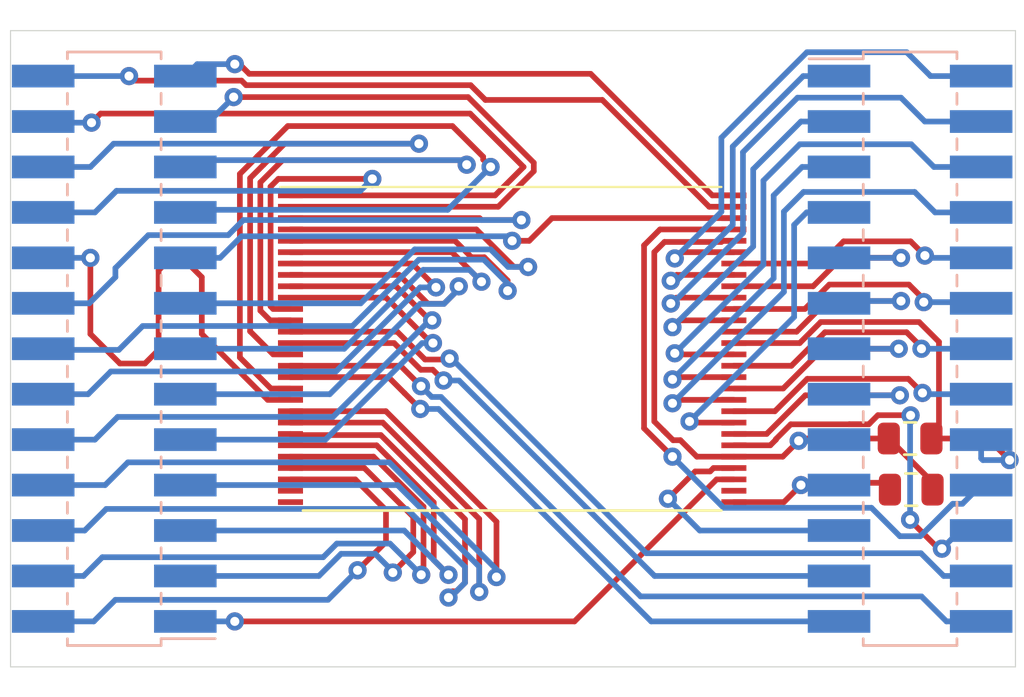
<source format=kicad_pcb>
(kicad_pcb (version 20171130) (host pcbnew "(5.1.2)-1")

  (general
    (thickness 1.6)
    (drawings 4)
    (tracks 483)
    (zones 0)
    (modules 5)
    (nets 53)
  )

  (page A4)
  (layers
    (0 F.Cu signal)
    (31 B.Cu signal)
    (32 B.Adhes user)
    (33 F.Adhes user)
    (34 B.Paste user)
    (35 F.Paste user)
    (36 B.SilkS user)
    (37 F.SilkS user)
    (38 B.Mask user)
    (39 F.Mask user)
    (40 Dwgs.User user)
    (41 Cmts.User user)
    (42 Eco1.User user)
    (43 Eco2.User user)
    (44 Edge.Cuts user)
    (45 Margin user)
    (46 B.CrtYd user)
    (47 F.CrtYd user)
    (48 B.Fab user)
    (49 F.Fab user)
  )

  (setup
    (last_trace_width 0.25)
    (trace_clearance 0.2)
    (zone_clearance 0.508)
    (zone_45_only no)
    (trace_min 0.2)
    (via_size 0.8)
    (via_drill 0.4)
    (via_min_size 0.4)
    (via_min_drill 0.3)
    (uvia_size 0.3)
    (uvia_drill 0.1)
    (uvias_allowed no)
    (uvia_min_size 0.2)
    (uvia_min_drill 0.1)
    (edge_width 0.05)
    (segment_width 0.2)
    (pcb_text_width 0.3)
    (pcb_text_size 1.5 1.5)
    (mod_edge_width 0.12)
    (mod_text_size 1 1)
    (mod_text_width 0.15)
    (pad_size 1.524 1.524)
    (pad_drill 0.762)
    (pad_to_mask_clearance 0.051)
    (solder_mask_min_width 0.25)
    (aux_axis_origin 119.634 107.65)
    (visible_elements 7FFFFFFF)
    (pcbplotparams
      (layerselection 0x010f0_ffffffff)
      (usegerberextensions true)
      (usegerberattributes false)
      (usegerberadvancedattributes false)
      (creategerberjobfile false)
      (excludeedgelayer true)
      (linewidth 0.100000)
      (plotframeref false)
      (viasonmask false)
      (mode 1)
      (useauxorigin true)
      (hpglpennumber 1)
      (hpglpenspeed 20)
      (hpglpendiameter 15.000000)
      (psnegative false)
      (psa4output false)
      (plotreference false)
      (plotvalue false)
      (plotinvisibletext false)
      (padsonsilk false)
      (subtractmaskfromsilk true)
      (outputformat 1)
      (mirror false)
      (drillshape 0)
      (scaleselection 1)
      (outputdirectory "gerbers/"))
  )

  (net 0 "")
  (net 1 GND)
  (net 2 VCC)
  (net 3 VDD)
  (net 4 /A25)
  (net 5 /A24)
  (net 6 /A23)
  (net 7 /A22)
  (net 8 /A21)
  (net 9 /A20)
  (net 10 /A19)
  (net 11 /A18)
  (net 12 /A17)
  (net 13 /A16)
  (net 14 /A15)
  (net 15 /A14)
  (net 16 /A13)
  (net 17 /A12)
  (net 18 /A11)
  (net 19 /A10)
  (net 20 /A9)
  (net 21 /A8)
  (net 22 /A7)
  (net 23 /A6)
  (net 24 /A5)
  (net 25 /A4)
  (net 26 /A3)
  (net 27 /A2)
  (net 28 /A1)
  (net 29 /A0)
  (net 30 /~RST)
  (net 31 /~WE)
  (net 32 /~BYTE)
  (net 33 /~OE)
  (net 34 /~CS)
  (net 35 /~WP)
  (net 36 /RY~BY)
  (net 37 /D15)
  (net 38 /D14)
  (net 39 /D13)
  (net 40 /D12)
  (net 41 /D11)
  (net 42 /D10)
  (net 43 /D9)
  (net 44 /D8)
  (net 45 /D7)
  (net 46 /D6)
  (net 47 /D5)
  (net 48 /D4)
  (net 49 /D3)
  (net 50 /D2)
  (net 51 /D1)
  (net 52 /D0)

  (net_class Default "This is the default net class."
    (clearance 0.2)
    (trace_width 0.25)
    (via_dia 0.8)
    (via_drill 0.4)
    (uvia_dia 0.3)
    (uvia_drill 0.1)
    (add_net /A0)
    (add_net /A1)
    (add_net /A10)
    (add_net /A11)
    (add_net /A12)
    (add_net /A13)
    (add_net /A14)
    (add_net /A15)
    (add_net /A16)
    (add_net /A17)
    (add_net /A18)
    (add_net /A19)
    (add_net /A2)
    (add_net /A20)
    (add_net /A21)
    (add_net /A22)
    (add_net /A23)
    (add_net /A24)
    (add_net /A25)
    (add_net /A3)
    (add_net /A4)
    (add_net /A5)
    (add_net /A6)
    (add_net /A7)
    (add_net /A8)
    (add_net /A9)
    (add_net /D0)
    (add_net /D1)
    (add_net /D10)
    (add_net /D11)
    (add_net /D12)
    (add_net /D13)
    (add_net /D14)
    (add_net /D15)
    (add_net /D2)
    (add_net /D3)
    (add_net /D4)
    (add_net /D5)
    (add_net /D6)
    (add_net /D7)
    (add_net /D8)
    (add_net /D9)
    (add_net /RY~BY)
    (add_net /~BYTE)
    (add_net /~CS)
    (add_net /~OE)
    (add_net /~RST)
    (add_net /~WE)
    (add_net /~WP)
    (add_net GND)
    (add_net VCC)
    (add_net VDD)
  )

  (module Package_SO:TSOP-I-56_18.4x14mm_P0.5mm (layer F.Cu) (tedit 5A02F25C) (tstamp 5DD315AD)
    (at 97.5 121.65)
    (descr "TSOP I, 32 pins, 18.4x8mm body (https://www.micron.com/~/media/documents/products/technical-note/nor-flash/tn1225_land_pad_design.pdf)")
    (tags "TSOP I 32")
    (path /5DD2BA89)
    (attr smd)
    (fp_text reference U1 (at 0 -8) (layer F.SilkS) hide
      (effects (font (size 1 1) (thickness 0.15)))
    )
    (fp_text value EN29GL256 (at 0 8) (layer F.Fab)
      (effects (font (size 1 1) (thickness 0.15)))
    )
    (fp_line (start -8.2 -7) (end 9.2 -7) (layer F.Fab) (width 0.1))
    (fp_line (start -9.2 7) (end -9.2 -6) (layer F.Fab) (width 0.1))
    (fp_line (start 9.2 7) (end -9.2 7) (layer F.Fab) (width 0.1))
    (fp_line (start 9.2 -7) (end 9.2 7) (layer F.Fab) (width 0.1))
    (fp_text user %R (at 0 0) (layer F.Fab)
      (effects (font (size 1 1) (thickness 0.15)))
    )
    (fp_line (start -8.2 -7) (end -9.2 -6) (layer F.Fab) (width 0.1))
    (fp_line (start 9.2 -7.12) (end -10.2 -7.12) (layer F.SilkS) (width 0.1))
    (fp_line (start -9.2 7.12) (end 9.2 7.12) (layer F.SilkS) (width 0.12))
    (fp_line (start -10.55 -7.25) (end 10.55 -7.25) (layer F.CrtYd) (width 0.05))
    (fp_line (start 10.55 -7.25) (end 10.55 7.25) (layer F.CrtYd) (width 0.05))
    (fp_line (start 10.55 7.25) (end -10.55 7.25) (layer F.CrtYd) (width 0.05))
    (fp_line (start -10.55 7.25) (end -10.55 -7.25) (layer F.CrtYd) (width 0.05))
    (pad 56 smd rect (at 9.75 -6.75) (size 1.1 0.25) (layers F.Cu F.Paste F.Mask)
      (net 5 /A24))
    (pad 55 smd rect (at 9.75 -6.25) (size 1.1 0.25) (layers F.Cu F.Paste F.Mask)
      (net 4 /A25))
    (pad 54 smd rect (at 9.75 -5.75) (size 1.1 0.25) (layers F.Cu F.Paste F.Mask)
      (net 13 /A16))
    (pad 53 smd rect (at 9.75 -5.25) (size 1.1 0.25) (layers F.Cu F.Paste F.Mask)
      (net 32 /~BYTE))
    (pad 52 smd rect (at 9.75 -4.75) (size 1.1 0.25) (layers F.Cu F.Paste F.Mask)
      (net 1 GND))
    (pad 51 smd rect (at 9.75 -4.25) (size 1.1 0.25) (layers F.Cu F.Paste F.Mask)
      (net 37 /D15))
    (pad 50 smd rect (at 9.75 -3.75) (size 1.1 0.25) (layers F.Cu F.Paste F.Mask)
      (net 45 /D7))
    (pad 49 smd rect (at 9.75 -3.25) (size 1.1 0.25) (layers F.Cu F.Paste F.Mask)
      (net 38 /D14))
    (pad 48 smd rect (at 9.75 -2.75) (size 1.1 0.25) (layers F.Cu F.Paste F.Mask)
      (net 46 /D6))
    (pad 47 smd rect (at 9.75 -2.25) (size 1.1 0.25) (layers F.Cu F.Paste F.Mask)
      (net 39 /D13))
    (pad 46 smd rect (at 9.75 -1.75) (size 1.1 0.25) (layers F.Cu F.Paste F.Mask)
      (net 47 /D5))
    (pad 45 smd rect (at 9.75 -1.25) (size 1.1 0.25) (layers F.Cu F.Paste F.Mask)
      (net 40 /D12))
    (pad 44 smd rect (at 9.75 -0.75) (size 1.1 0.25) (layers F.Cu F.Paste F.Mask)
      (net 48 /D4))
    (pad 43 smd rect (at 9.75 -0.25) (size 1.1 0.25) (layers F.Cu F.Paste F.Mask)
      (net 2 VCC))
    (pad 42 smd rect (at 9.75 0.25) (size 1.1 0.25) (layers F.Cu F.Paste F.Mask)
      (net 41 /D11))
    (pad 41 smd rect (at 9.75 0.75) (size 1.1 0.25) (layers F.Cu F.Paste F.Mask)
      (net 49 /D3))
    (pad 40 smd rect (at 9.75 1.25) (size 1.1 0.25) (layers F.Cu F.Paste F.Mask)
      (net 42 /D10))
    (pad 39 smd rect (at 9.75 1.75) (size 1.1 0.25) (layers F.Cu F.Paste F.Mask)
      (net 50 /D2))
    (pad 38 smd rect (at 9.75 2.25) (size 1.1 0.25) (layers F.Cu F.Paste F.Mask)
      (net 43 /D9))
    (pad 37 smd rect (at 9.75 2.75) (size 1.1 0.25) (layers F.Cu F.Paste F.Mask)
      (net 51 /D1))
    (pad 36 smd rect (at 9.75 3.25) (size 1.1 0.25) (layers F.Cu F.Paste F.Mask)
      (net 44 /D8))
    (pad 35 smd rect (at 9.75 3.75) (size 1.1 0.25) (layers F.Cu F.Paste F.Mask)
      (net 52 /D0))
    (pad 34 smd rect (at 9.75 4.25) (size 1.1 0.25) (layers F.Cu F.Paste F.Mask)
      (net 33 /~OE))
    (pad 33 smd rect (at 9.75 4.75) (size 1.1 0.25) (layers F.Cu F.Paste F.Mask)
      (net 1 GND))
    (pad 32 smd rect (at 9.75 5.25) (size 1.1 0.25) (layers F.Cu F.Paste F.Mask)
      (net 34 /~CS))
    (pad 31 smd rect (at 9.75 5.75) (size 1.1 0.25) (layers F.Cu F.Paste F.Mask)
      (net 29 /A0))
    (pad 30 smd rect (at 9.75 6.25) (size 1.1 0.25) (layers F.Cu F.Paste F.Mask))
    (pad 28 smd rect (at -9.75 6.75) (size 1.1 0.25) (layers F.Cu F.Paste F.Mask))
    (pad 27 smd rect (at -9.75 6.25) (size 1.1 0.25) (layers F.Cu F.Paste F.Mask))
    (pad 26 smd rect (at -9.75 5.75) (size 1.1 0.25) (layers F.Cu F.Paste F.Mask)
      (net 28 /A1))
    (pad 25 smd rect (at -9.75 5.25) (size 1.1 0.25) (layers F.Cu F.Paste F.Mask)
      (net 27 /A2))
    (pad 24 smd rect (at -9.75 4.75) (size 1.1 0.25) (layers F.Cu F.Paste F.Mask)
      (net 26 /A3))
    (pad 23 smd rect (at -9.75 4.25) (size 1.1 0.25) (layers F.Cu F.Paste F.Mask)
      (net 25 /A4))
    (pad 22 smd rect (at -9.75 3.75) (size 1.1 0.25) (layers F.Cu F.Paste F.Mask)
      (net 24 /A5))
    (pad 21 smd rect (at -9.75 3.25) (size 1.1 0.25) (layers F.Cu F.Paste F.Mask)
      (net 23 /A6))
    (pad 20 smd rect (at -9.75 2.75) (size 1.1 0.25) (layers F.Cu F.Paste F.Mask)
      (net 22 /A7))
    (pad 19 smd rect (at -9.75 2.25) (size 1.1 0.25) (layers F.Cu F.Paste F.Mask)
      (net 12 /A17))
    (pad 18 smd rect (at -9.75 1.75) (size 1.1 0.25) (layers F.Cu F.Paste F.Mask)
      (net 11 /A18))
    (pad 17 smd rect (at -9.75 1.25) (size 1.1 0.25) (layers F.Cu F.Paste F.Mask)
      (net 36 /RY~BY))
    (pad 16 smd rect (at -9.75 0.75) (size 1.1 0.25) (layers F.Cu F.Paste F.Mask)
      (net 35 /~WP))
    (pad 15 smd rect (at -9.75 0.25) (size 1.1 0.25) (layers F.Cu F.Paste F.Mask)
      (net 8 /A21))
    (pad 14 smd rect (at -9.75 -0.25) (size 1.1 0.25) (layers F.Cu F.Paste F.Mask)
      (net 30 /~RST))
    (pad 13 smd rect (at -9.75 -0.75) (size 1.1 0.25) (layers F.Cu F.Paste F.Mask)
      (net 31 /~WE))
    (pad 12 smd rect (at -9.75 -1.25) (size 1.1 0.25) (layers F.Cu F.Paste F.Mask)
      (net 9 /A20))
    (pad 11 smd rect (at -9.75 -1.75) (size 1.1 0.25) (layers F.Cu F.Paste F.Mask)
      (net 10 /A19))
    (pad 10 smd rect (at -9.75 -2.25) (size 1.1 0.25) (layers F.Cu F.Paste F.Mask)
      (net 21 /A8))
    (pad 9 smd rect (at -9.75 -2.75) (size 1.1 0.25) (layers F.Cu F.Paste F.Mask)
      (net 20 /A9))
    (pad 8 smd rect (at -9.75 -3.25) (size 1.1 0.25) (layers F.Cu F.Paste F.Mask)
      (net 19 /A10))
    (pad 7 smd rect (at -9.75 -3.75) (size 1.1 0.25) (layers F.Cu F.Paste F.Mask)
      (net 18 /A11))
    (pad 6 smd rect (at -9.75 -4.25) (size 1.1 0.25) (layers F.Cu F.Paste F.Mask)
      (net 17 /A12))
    (pad 5 smd rect (at -9.75 -4.75) (size 1.1 0.25) (layers F.Cu F.Paste F.Mask)
      (net 16 /A13))
    (pad 4 smd rect (at -9.75 -5.25) (size 1.1 0.25) (layers F.Cu F.Paste F.Mask)
      (net 15 /A14))
    (pad 3 smd rect (at -9.75 -5.75) (size 1.1 0.25) (layers F.Cu F.Paste F.Mask)
      (net 14 /A15))
    (pad 2 smd rect (at -9.75 -6.25) (size 1.1 0.25) (layers F.Cu F.Paste F.Mask)
      (net 7 /A22))
    (pad 29 smd rect (at 9.75 6.75) (size 1.1 0.25) (layers F.Cu F.Paste F.Mask)
      (net 3 VDD))
    (pad 1 smd rect (at -9.75 -6.75) (size 1.1 0.25) (layers F.Cu F.Paste F.Mask)
      (net 6 /A23))
    (model ${KISYS3DMOD}/Package_SO.3dshapes/TSOP-I-56_18.4x14mm_P0.5mm.wrl
      (at (xyz 0 0 0))
      (scale (xyz 1 1 1))
      (rotate (xyz 0 0 0))
    )
  )

  (module Connector_PinSocket_2.00mm:PinSocket_2x13_P2.00mm_Vertical_SMD (layer B.Cu) (tedit 5A19A41C) (tstamp 5DD31565)
    (at 115 121.65 180)
    (descr "surface-mounted straight socket strip, 2x13, 2.00mm pitch, double cols (from Kicad 4.0.7), script generated")
    (tags "Surface mounted socket strip SMD 2x13 2.00mm double row")
    (path /5DD92894)
    (attr smd)
    (fp_text reference J2 (at 0 14.5) (layer B.SilkS) hide
      (effects (font (size 1 1) (thickness 0.15)) (justify mirror))
    )
    (fp_text value DAT (at 0 -14.5) (layer B.Fab)
      (effects (font (size 1 1) (thickness 0.15)) (justify mirror))
    )
    (fp_text user %R (at 0 0 270) (layer B.Fab)
      (effects (font (size 1 1) (thickness 0.15)) (justify mirror))
    )
    (fp_line (start -5 -13.5) (end -5 13.5) (layer B.CrtYd) (width 0.05))
    (fp_line (start 5 -13.5) (end -5 -13.5) (layer B.CrtYd) (width 0.05))
    (fp_line (start 5 13.5) (end 5 -13.5) (layer B.CrtYd) (width 0.05))
    (fp_line (start -5 13.5) (end 5 13.5) (layer B.CrtYd) (width 0.05))
    (fp_line (start 3 -12.25) (end 2 -12.25) (layer B.Fab) (width 0.1))
    (fp_line (start 3 -11.75) (end 3 -12.25) (layer B.Fab) (width 0.1))
    (fp_line (start 2 -11.75) (end 3 -11.75) (layer B.Fab) (width 0.1))
    (fp_line (start -3 -12.25) (end -3 -11.75) (layer B.Fab) (width 0.1))
    (fp_line (start -2 -12.25) (end -3 -12.25) (layer B.Fab) (width 0.1))
    (fp_line (start -3 -11.75) (end -2 -11.75) (layer B.Fab) (width 0.1))
    (fp_line (start 3 -10.25) (end 2 -10.25) (layer B.Fab) (width 0.1))
    (fp_line (start 3 -9.75) (end 3 -10.25) (layer B.Fab) (width 0.1))
    (fp_line (start 2 -9.75) (end 3 -9.75) (layer B.Fab) (width 0.1))
    (fp_line (start -3 -10.25) (end -3 -9.75) (layer B.Fab) (width 0.1))
    (fp_line (start -2 -10.25) (end -3 -10.25) (layer B.Fab) (width 0.1))
    (fp_line (start -3 -9.75) (end -2 -9.75) (layer B.Fab) (width 0.1))
    (fp_line (start 3 -8.25) (end 2 -8.25) (layer B.Fab) (width 0.1))
    (fp_line (start 3 -7.75) (end 3 -8.25) (layer B.Fab) (width 0.1))
    (fp_line (start 2 -7.75) (end 3 -7.75) (layer B.Fab) (width 0.1))
    (fp_line (start -3 -8.25) (end -3 -7.75) (layer B.Fab) (width 0.1))
    (fp_line (start -2 -8.25) (end -3 -8.25) (layer B.Fab) (width 0.1))
    (fp_line (start -3 -7.75) (end -2 -7.75) (layer B.Fab) (width 0.1))
    (fp_line (start 3 -6.25) (end 2 -6.25) (layer B.Fab) (width 0.1))
    (fp_line (start 3 -5.75) (end 3 -6.25) (layer B.Fab) (width 0.1))
    (fp_line (start 2 -5.75) (end 3 -5.75) (layer B.Fab) (width 0.1))
    (fp_line (start -3 -6.25) (end -3 -5.75) (layer B.Fab) (width 0.1))
    (fp_line (start -2 -6.25) (end -3 -6.25) (layer B.Fab) (width 0.1))
    (fp_line (start -3 -5.75) (end -2 -5.75) (layer B.Fab) (width 0.1))
    (fp_line (start 3 -4.25) (end 2 -4.25) (layer B.Fab) (width 0.1))
    (fp_line (start 3 -3.75) (end 3 -4.25) (layer B.Fab) (width 0.1))
    (fp_line (start 2 -3.75) (end 3 -3.75) (layer B.Fab) (width 0.1))
    (fp_line (start -3 -4.25) (end -3 -3.75) (layer B.Fab) (width 0.1))
    (fp_line (start -2 -4.25) (end -3 -4.25) (layer B.Fab) (width 0.1))
    (fp_line (start -3 -3.75) (end -2 -3.75) (layer B.Fab) (width 0.1))
    (fp_line (start 3 -2.25) (end 2 -2.25) (layer B.Fab) (width 0.1))
    (fp_line (start 3 -1.75) (end 3 -2.25) (layer B.Fab) (width 0.1))
    (fp_line (start 2 -1.75) (end 3 -1.75) (layer B.Fab) (width 0.1))
    (fp_line (start -3 -2.25) (end -3 -1.75) (layer B.Fab) (width 0.1))
    (fp_line (start -2 -2.25) (end -3 -2.25) (layer B.Fab) (width 0.1))
    (fp_line (start -3 -1.75) (end -2 -1.75) (layer B.Fab) (width 0.1))
    (fp_line (start 3 -0.25) (end 2 -0.25) (layer B.Fab) (width 0.1))
    (fp_line (start 3 0.25) (end 3 -0.25) (layer B.Fab) (width 0.1))
    (fp_line (start 2 0.25) (end 3 0.25) (layer B.Fab) (width 0.1))
    (fp_line (start -3 -0.25) (end -3 0.25) (layer B.Fab) (width 0.1))
    (fp_line (start -2 -0.25) (end -3 -0.25) (layer B.Fab) (width 0.1))
    (fp_line (start -3 0.25) (end -2 0.25) (layer B.Fab) (width 0.1))
    (fp_line (start 3 1.75) (end 2 1.75) (layer B.Fab) (width 0.1))
    (fp_line (start 3 2.25) (end 3 1.75) (layer B.Fab) (width 0.1))
    (fp_line (start 2 2.25) (end 3 2.25) (layer B.Fab) (width 0.1))
    (fp_line (start -3 1.75) (end -3 2.25) (layer B.Fab) (width 0.1))
    (fp_line (start -2 1.75) (end -3 1.75) (layer B.Fab) (width 0.1))
    (fp_line (start -3 2.25) (end -2 2.25) (layer B.Fab) (width 0.1))
    (fp_line (start 3 3.75) (end 2 3.75) (layer B.Fab) (width 0.1))
    (fp_line (start 3 4.25) (end 3 3.75) (layer B.Fab) (width 0.1))
    (fp_line (start 2 4.25) (end 3 4.25) (layer B.Fab) (width 0.1))
    (fp_line (start -3 3.75) (end -3 4.25) (layer B.Fab) (width 0.1))
    (fp_line (start -2 3.75) (end -3 3.75) (layer B.Fab) (width 0.1))
    (fp_line (start -3 4.25) (end -2 4.25) (layer B.Fab) (width 0.1))
    (fp_line (start 3 5.75) (end 2 5.75) (layer B.Fab) (width 0.1))
    (fp_line (start 3 6.25) (end 3 5.75) (layer B.Fab) (width 0.1))
    (fp_line (start 2 6.25) (end 3 6.25) (layer B.Fab) (width 0.1))
    (fp_line (start -3 5.75) (end -3 6.25) (layer B.Fab) (width 0.1))
    (fp_line (start -2 5.75) (end -3 5.75) (layer B.Fab) (width 0.1))
    (fp_line (start -3 6.25) (end -2 6.25) (layer B.Fab) (width 0.1))
    (fp_line (start 3 7.75) (end 2 7.75) (layer B.Fab) (width 0.1))
    (fp_line (start 3 8.25) (end 3 7.75) (layer B.Fab) (width 0.1))
    (fp_line (start 2 8.25) (end 3 8.25) (layer B.Fab) (width 0.1))
    (fp_line (start -3 7.75) (end -3 8.25) (layer B.Fab) (width 0.1))
    (fp_line (start -2 7.75) (end -3 7.75) (layer B.Fab) (width 0.1))
    (fp_line (start -3 8.25) (end -2 8.25) (layer B.Fab) (width 0.1))
    (fp_line (start 3 9.75) (end 2 9.75) (layer B.Fab) (width 0.1))
    (fp_line (start 3 10.25) (end 3 9.75) (layer B.Fab) (width 0.1))
    (fp_line (start 2 10.25) (end 3 10.25) (layer B.Fab) (width 0.1))
    (fp_line (start -3 9.75) (end -3 10.25) (layer B.Fab) (width 0.1))
    (fp_line (start -2 9.75) (end -3 9.75) (layer B.Fab) (width 0.1))
    (fp_line (start -3 10.25) (end -2 10.25) (layer B.Fab) (width 0.1))
    (fp_line (start 3 11.75) (end 2 11.75) (layer B.Fab) (width 0.1))
    (fp_line (start 3 12.25) (end 3 11.75) (layer B.Fab) (width 0.1))
    (fp_line (start 2 12.25) (end 3 12.25) (layer B.Fab) (width 0.1))
    (fp_line (start -3 11.75) (end -3 12.25) (layer B.Fab) (width 0.1))
    (fp_line (start -2 11.75) (end -3 11.75) (layer B.Fab) (width 0.1))
    (fp_line (start -3 12.25) (end -2 12.25) (layer B.Fab) (width 0.1))
    (fp_line (start -2 -13) (end -2 13) (layer B.Fab) (width 0.1))
    (fp_line (start 2 -13) (end -2 -13) (layer B.Fab) (width 0.1))
    (fp_line (start 2 12) (end 2 -13) (layer B.Fab) (width 0.1))
    (fp_line (start 1 13) (end 2 12) (layer B.Fab) (width 0.1))
    (fp_line (start -2 13) (end 1 13) (layer B.Fab) (width 0.1))
    (fp_line (start 2.06 12.76) (end 4.44 12.76) (layer B.SilkS) (width 0.12))
    (fp_line (start -2.06 -12.76) (end -2.06 -13.06) (layer B.SilkS) (width 0.12))
    (fp_line (start -2.06 -10.76) (end -2.06 -11.24) (layer B.SilkS) (width 0.12))
    (fp_line (start -2.06 -8.76) (end -2.06 -9.24) (layer B.SilkS) (width 0.12))
    (fp_line (start -2.06 -6.76) (end -2.06 -7.24) (layer B.SilkS) (width 0.12))
    (fp_line (start -2.06 -4.76) (end -2.06 -5.24) (layer B.SilkS) (width 0.12))
    (fp_line (start -2.06 -2.76) (end -2.06 -3.24) (layer B.SilkS) (width 0.12))
    (fp_line (start -2.06 -0.76) (end -2.06 -1.24) (layer B.SilkS) (width 0.12))
    (fp_line (start -2.06 1.24) (end -2.06 0.76) (layer B.SilkS) (width 0.12))
    (fp_line (start -2.06 3.24) (end -2.06 2.76) (layer B.SilkS) (width 0.12))
    (fp_line (start -2.06 5.24) (end -2.06 4.76) (layer B.SilkS) (width 0.12))
    (fp_line (start -2.06 7.24) (end -2.06 6.76) (layer B.SilkS) (width 0.12))
    (fp_line (start -2.06 9.24) (end -2.06 8.76) (layer B.SilkS) (width 0.12))
    (fp_line (start -2.06 11.24) (end -2.06 10.76) (layer B.SilkS) (width 0.12))
    (fp_line (start -2.06 13.06) (end -2.06 12.76) (layer B.SilkS) (width 0.12))
    (fp_line (start -2.06 -13.06) (end 2.06 -13.06) (layer B.SilkS) (width 0.12))
    (fp_line (start 2.06 -12.76) (end 2.06 -13.06) (layer B.SilkS) (width 0.12))
    (fp_line (start 2.06 -10.76) (end 2.06 -11.24) (layer B.SilkS) (width 0.12))
    (fp_line (start 2.06 -8.76) (end 2.06 -9.24) (layer B.SilkS) (width 0.12))
    (fp_line (start 2.06 -6.76) (end 2.06 -7.24) (layer B.SilkS) (width 0.12))
    (fp_line (start 2.06 -4.76) (end 2.06 -5.24) (layer B.SilkS) (width 0.12))
    (fp_line (start 2.06 -2.76) (end 2.06 -3.24) (layer B.SilkS) (width 0.12))
    (fp_line (start 2.06 -0.76) (end 2.06 -1.24) (layer B.SilkS) (width 0.12))
    (fp_line (start 2.06 1.24) (end 2.06 0.76) (layer B.SilkS) (width 0.12))
    (fp_line (start 2.06 3.24) (end 2.06 2.76) (layer B.SilkS) (width 0.12))
    (fp_line (start 2.06 5.24) (end 2.06 4.76) (layer B.SilkS) (width 0.12))
    (fp_line (start 2.06 7.24) (end 2.06 6.76) (layer B.SilkS) (width 0.12))
    (fp_line (start 2.06 9.24) (end 2.06 8.76) (layer B.SilkS) (width 0.12))
    (fp_line (start 2.06 11.24) (end 2.06 10.76) (layer B.SilkS) (width 0.12))
    (fp_line (start 2.06 13.06) (end 2.06 12.76) (layer B.SilkS) (width 0.12))
    (fp_line (start -2.06 13.06) (end 2.06 13.06) (layer B.SilkS) (width 0.12))
    (pad 26 smd rect (at -3.125 -12 180) (size 2.75 1) (layers B.Cu B.Paste B.Mask)
      (net 35 /~WP))
    (pad 25 smd rect (at 3.125 -12 180) (size 2.75 1) (layers B.Cu B.Paste B.Mask)
      (net 36 /RY~BY))
    (pad 24 smd rect (at -3.125 -10 180) (size 2.75 1) (layers B.Cu B.Paste B.Mask)
      (net 31 /~WE))
    (pad 23 smd rect (at 3.125 -10 180) (size 2.75 1) (layers B.Cu B.Paste B.Mask)
      (net 30 /~RST))
    (pad 22 smd rect (at -3.125 -8 180) (size 2.75 1) (layers B.Cu B.Paste B.Mask)
      (net 33 /~OE))
    (pad 21 smd rect (at 3.125 -8 180) (size 2.75 1) (layers B.Cu B.Paste B.Mask)
      (net 34 /~CS))
    (pad 20 smd rect (at -3.125 -6 180) (size 2.75 1) (layers B.Cu B.Paste B.Mask)
      (net 32 /~BYTE))
    (pad 19 smd rect (at 3.125 -6 180) (size 2.75 1) (layers B.Cu B.Paste B.Mask)
      (net 3 VDD))
    (pad 18 smd rect (at -3.125 -4 180) (size 2.75 1) (layers B.Cu B.Paste B.Mask)
      (net 2 VCC))
    (pad 17 smd rect (at 3.125 -4 180) (size 2.75 1) (layers B.Cu B.Paste B.Mask)
      (net 1 GND))
    (pad 16 smd rect (at -3.125 -2 180) (size 2.75 1) (layers B.Cu B.Paste B.Mask)
      (net 51 /D1))
    (pad 15 smd rect (at 3.125 -2 180) (size 2.75 1) (layers B.Cu B.Paste B.Mask)
      (net 52 /D0))
    (pad 14 smd rect (at -3.125 0 180) (size 2.75 1) (layers B.Cu B.Paste B.Mask)
      (net 49 /D3))
    (pad 13 smd rect (at 3.125 0 180) (size 2.75 1) (layers B.Cu B.Paste B.Mask)
      (net 50 /D2))
    (pad 12 smd rect (at -3.125 2 180) (size 2.75 1) (layers B.Cu B.Paste B.Mask)
      (net 47 /D5))
    (pad 11 smd rect (at 3.125 2 180) (size 2.75 1) (layers B.Cu B.Paste B.Mask)
      (net 48 /D4))
    (pad 10 smd rect (at -3.125 4 180) (size 2.75 1) (layers B.Cu B.Paste B.Mask)
      (net 45 /D7))
    (pad 9 smd rect (at 3.125 4 180) (size 2.75 1) (layers B.Cu B.Paste B.Mask)
      (net 46 /D6))
    (pad 8 smd rect (at -3.125 6 180) (size 2.75 1) (layers B.Cu B.Paste B.Mask)
      (net 43 /D9))
    (pad 7 smd rect (at 3.125 6 180) (size 2.75 1) (layers B.Cu B.Paste B.Mask)
      (net 44 /D8))
    (pad 6 smd rect (at -3.125 8 180) (size 2.75 1) (layers B.Cu B.Paste B.Mask)
      (net 41 /D11))
    (pad 5 smd rect (at 3.125 8 180) (size 2.75 1) (layers B.Cu B.Paste B.Mask)
      (net 42 /D10))
    (pad 4 smd rect (at -3.125 10 180) (size 2.75 1) (layers B.Cu B.Paste B.Mask)
      (net 39 /D13))
    (pad 3 smd rect (at 3.125 10 180) (size 2.75 1) (layers B.Cu B.Paste B.Mask)
      (net 40 /D12))
    (pad 2 smd rect (at -3.125 12 180) (size 2.75 1) (layers B.Cu B.Paste B.Mask)
      (net 37 /D15))
    (pad 1 smd rect (at 3.125 12 180) (size 2.75 1) (layers B.Cu B.Paste B.Mask)
      (net 38 /D14))
    (model ${KISYS3DMOD}/Connector_PinSocket_2.00mm.3dshapes/PinSocket_2x13_P2.00mm_Vertical_SMD.wrl
      (at (xyz 0 0 0))
      (scale (xyz 1 1 1))
      (rotate (xyz 0 0 0))
    )
  )

  (module Connector_PinSocket_2.00mm:PinSocket_2x13_P2.00mm_Vertical_SMD (layer B.Cu) (tedit 5A19A41C) (tstamp 5DD314D0)
    (at 80 121.65)
    (descr "surface-mounted straight socket strip, 2x13, 2.00mm pitch, double cols (from Kicad 4.0.7), script generated")
    (tags "Surface mounted socket strip SMD 2x13 2.00mm double row")
    (path /5DD36D24)
    (attr smd)
    (fp_text reference J1 (at 0 14.5) (layer B.SilkS) hide
      (effects (font (size 1 1) (thickness 0.15)) (justify mirror))
    )
    (fp_text value ADDR (at 0 -14.5) (layer B.Fab)
      (effects (font (size 1 1) (thickness 0.15)) (justify mirror))
    )
    (fp_text user %R (at 0 0 -90) (layer B.Fab)
      (effects (font (size 1 1) (thickness 0.15)) (justify mirror))
    )
    (fp_line (start -5 -13.5) (end -5 13.5) (layer B.CrtYd) (width 0.05))
    (fp_line (start 5 -13.5) (end -5 -13.5) (layer B.CrtYd) (width 0.05))
    (fp_line (start 5 13.5) (end 5 -13.5) (layer B.CrtYd) (width 0.05))
    (fp_line (start -5 13.5) (end 5 13.5) (layer B.CrtYd) (width 0.05))
    (fp_line (start 3 -12.25) (end 2 -12.25) (layer B.Fab) (width 0.1))
    (fp_line (start 3 -11.75) (end 3 -12.25) (layer B.Fab) (width 0.1))
    (fp_line (start 2 -11.75) (end 3 -11.75) (layer B.Fab) (width 0.1))
    (fp_line (start -3 -12.25) (end -3 -11.75) (layer B.Fab) (width 0.1))
    (fp_line (start -2 -12.25) (end -3 -12.25) (layer B.Fab) (width 0.1))
    (fp_line (start -3 -11.75) (end -2 -11.75) (layer B.Fab) (width 0.1))
    (fp_line (start 3 -10.25) (end 2 -10.25) (layer B.Fab) (width 0.1))
    (fp_line (start 3 -9.75) (end 3 -10.25) (layer B.Fab) (width 0.1))
    (fp_line (start 2 -9.75) (end 3 -9.75) (layer B.Fab) (width 0.1))
    (fp_line (start -3 -10.25) (end -3 -9.75) (layer B.Fab) (width 0.1))
    (fp_line (start -2 -10.25) (end -3 -10.25) (layer B.Fab) (width 0.1))
    (fp_line (start -3 -9.75) (end -2 -9.75) (layer B.Fab) (width 0.1))
    (fp_line (start 3 -8.25) (end 2 -8.25) (layer B.Fab) (width 0.1))
    (fp_line (start 3 -7.75) (end 3 -8.25) (layer B.Fab) (width 0.1))
    (fp_line (start 2 -7.75) (end 3 -7.75) (layer B.Fab) (width 0.1))
    (fp_line (start -3 -8.25) (end -3 -7.75) (layer B.Fab) (width 0.1))
    (fp_line (start -2 -8.25) (end -3 -8.25) (layer B.Fab) (width 0.1))
    (fp_line (start -3 -7.75) (end -2 -7.75) (layer B.Fab) (width 0.1))
    (fp_line (start 3 -6.25) (end 2 -6.25) (layer B.Fab) (width 0.1))
    (fp_line (start 3 -5.75) (end 3 -6.25) (layer B.Fab) (width 0.1))
    (fp_line (start 2 -5.75) (end 3 -5.75) (layer B.Fab) (width 0.1))
    (fp_line (start -3 -6.25) (end -3 -5.75) (layer B.Fab) (width 0.1))
    (fp_line (start -2 -6.25) (end -3 -6.25) (layer B.Fab) (width 0.1))
    (fp_line (start -3 -5.75) (end -2 -5.75) (layer B.Fab) (width 0.1))
    (fp_line (start 3 -4.25) (end 2 -4.25) (layer B.Fab) (width 0.1))
    (fp_line (start 3 -3.75) (end 3 -4.25) (layer B.Fab) (width 0.1))
    (fp_line (start 2 -3.75) (end 3 -3.75) (layer B.Fab) (width 0.1))
    (fp_line (start -3 -4.25) (end -3 -3.75) (layer B.Fab) (width 0.1))
    (fp_line (start -2 -4.25) (end -3 -4.25) (layer B.Fab) (width 0.1))
    (fp_line (start -3 -3.75) (end -2 -3.75) (layer B.Fab) (width 0.1))
    (fp_line (start 3 -2.25) (end 2 -2.25) (layer B.Fab) (width 0.1))
    (fp_line (start 3 -1.75) (end 3 -2.25) (layer B.Fab) (width 0.1))
    (fp_line (start 2 -1.75) (end 3 -1.75) (layer B.Fab) (width 0.1))
    (fp_line (start -3 -2.25) (end -3 -1.75) (layer B.Fab) (width 0.1))
    (fp_line (start -2 -2.25) (end -3 -2.25) (layer B.Fab) (width 0.1))
    (fp_line (start -3 -1.75) (end -2 -1.75) (layer B.Fab) (width 0.1))
    (fp_line (start 3 -0.25) (end 2 -0.25) (layer B.Fab) (width 0.1))
    (fp_line (start 3 0.25) (end 3 -0.25) (layer B.Fab) (width 0.1))
    (fp_line (start 2 0.25) (end 3 0.25) (layer B.Fab) (width 0.1))
    (fp_line (start -3 -0.25) (end -3 0.25) (layer B.Fab) (width 0.1))
    (fp_line (start -2 -0.25) (end -3 -0.25) (layer B.Fab) (width 0.1))
    (fp_line (start -3 0.25) (end -2 0.25) (layer B.Fab) (width 0.1))
    (fp_line (start 3 1.75) (end 2 1.75) (layer B.Fab) (width 0.1))
    (fp_line (start 3 2.25) (end 3 1.75) (layer B.Fab) (width 0.1))
    (fp_line (start 2 2.25) (end 3 2.25) (layer B.Fab) (width 0.1))
    (fp_line (start -3 1.75) (end -3 2.25) (layer B.Fab) (width 0.1))
    (fp_line (start -2 1.75) (end -3 1.75) (layer B.Fab) (width 0.1))
    (fp_line (start -3 2.25) (end -2 2.25) (layer B.Fab) (width 0.1))
    (fp_line (start 3 3.75) (end 2 3.75) (layer B.Fab) (width 0.1))
    (fp_line (start 3 4.25) (end 3 3.75) (layer B.Fab) (width 0.1))
    (fp_line (start 2 4.25) (end 3 4.25) (layer B.Fab) (width 0.1))
    (fp_line (start -3 3.75) (end -3 4.25) (layer B.Fab) (width 0.1))
    (fp_line (start -2 3.75) (end -3 3.75) (layer B.Fab) (width 0.1))
    (fp_line (start -3 4.25) (end -2 4.25) (layer B.Fab) (width 0.1))
    (fp_line (start 3 5.75) (end 2 5.75) (layer B.Fab) (width 0.1))
    (fp_line (start 3 6.25) (end 3 5.75) (layer B.Fab) (width 0.1))
    (fp_line (start 2 6.25) (end 3 6.25) (layer B.Fab) (width 0.1))
    (fp_line (start -3 5.75) (end -3 6.25) (layer B.Fab) (width 0.1))
    (fp_line (start -2 5.75) (end -3 5.75) (layer B.Fab) (width 0.1))
    (fp_line (start -3 6.25) (end -2 6.25) (layer B.Fab) (width 0.1))
    (fp_line (start 3 7.75) (end 2 7.75) (layer B.Fab) (width 0.1))
    (fp_line (start 3 8.25) (end 3 7.75) (layer B.Fab) (width 0.1))
    (fp_line (start 2 8.25) (end 3 8.25) (layer B.Fab) (width 0.1))
    (fp_line (start -3 7.75) (end -3 8.25) (layer B.Fab) (width 0.1))
    (fp_line (start -2 7.75) (end -3 7.75) (layer B.Fab) (width 0.1))
    (fp_line (start -3 8.25) (end -2 8.25) (layer B.Fab) (width 0.1))
    (fp_line (start 3 9.75) (end 2 9.75) (layer B.Fab) (width 0.1))
    (fp_line (start 3 10.25) (end 3 9.75) (layer B.Fab) (width 0.1))
    (fp_line (start 2 10.25) (end 3 10.25) (layer B.Fab) (width 0.1))
    (fp_line (start -3 9.75) (end -3 10.25) (layer B.Fab) (width 0.1))
    (fp_line (start -2 9.75) (end -3 9.75) (layer B.Fab) (width 0.1))
    (fp_line (start -3 10.25) (end -2 10.25) (layer B.Fab) (width 0.1))
    (fp_line (start 3 11.75) (end 2 11.75) (layer B.Fab) (width 0.1))
    (fp_line (start 3 12.25) (end 3 11.75) (layer B.Fab) (width 0.1))
    (fp_line (start 2 12.25) (end 3 12.25) (layer B.Fab) (width 0.1))
    (fp_line (start -3 11.75) (end -3 12.25) (layer B.Fab) (width 0.1))
    (fp_line (start -2 11.75) (end -3 11.75) (layer B.Fab) (width 0.1))
    (fp_line (start -3 12.25) (end -2 12.25) (layer B.Fab) (width 0.1))
    (fp_line (start -2 -13) (end -2 13) (layer B.Fab) (width 0.1))
    (fp_line (start 2 -13) (end -2 -13) (layer B.Fab) (width 0.1))
    (fp_line (start 2 12) (end 2 -13) (layer B.Fab) (width 0.1))
    (fp_line (start 1 13) (end 2 12) (layer B.Fab) (width 0.1))
    (fp_line (start -2 13) (end 1 13) (layer B.Fab) (width 0.1))
    (fp_line (start 2.06 12.76) (end 4.44 12.76) (layer B.SilkS) (width 0.12))
    (fp_line (start -2.06 -12.76) (end -2.06 -13.06) (layer B.SilkS) (width 0.12))
    (fp_line (start -2.06 -10.76) (end -2.06 -11.24) (layer B.SilkS) (width 0.12))
    (fp_line (start -2.06 -8.76) (end -2.06 -9.24) (layer B.SilkS) (width 0.12))
    (fp_line (start -2.06 -6.76) (end -2.06 -7.24) (layer B.SilkS) (width 0.12))
    (fp_line (start -2.06 -4.76) (end -2.06 -5.24) (layer B.SilkS) (width 0.12))
    (fp_line (start -2.06 -2.76) (end -2.06 -3.24) (layer B.SilkS) (width 0.12))
    (fp_line (start -2.06 -0.76) (end -2.06 -1.24) (layer B.SilkS) (width 0.12))
    (fp_line (start -2.06 1.24) (end -2.06 0.76) (layer B.SilkS) (width 0.12))
    (fp_line (start -2.06 3.24) (end -2.06 2.76) (layer B.SilkS) (width 0.12))
    (fp_line (start -2.06 5.24) (end -2.06 4.76) (layer B.SilkS) (width 0.12))
    (fp_line (start -2.06 7.24) (end -2.06 6.76) (layer B.SilkS) (width 0.12))
    (fp_line (start -2.06 9.24) (end -2.06 8.76) (layer B.SilkS) (width 0.12))
    (fp_line (start -2.06 11.24) (end -2.06 10.76) (layer B.SilkS) (width 0.12))
    (fp_line (start -2.06 13.06) (end -2.06 12.76) (layer B.SilkS) (width 0.12))
    (fp_line (start -2.06 -13.06) (end 2.06 -13.06) (layer B.SilkS) (width 0.12))
    (fp_line (start 2.06 -12.76) (end 2.06 -13.06) (layer B.SilkS) (width 0.12))
    (fp_line (start 2.06 -10.76) (end 2.06 -11.24) (layer B.SilkS) (width 0.12))
    (fp_line (start 2.06 -8.76) (end 2.06 -9.24) (layer B.SilkS) (width 0.12))
    (fp_line (start 2.06 -6.76) (end 2.06 -7.24) (layer B.SilkS) (width 0.12))
    (fp_line (start 2.06 -4.76) (end 2.06 -5.24) (layer B.SilkS) (width 0.12))
    (fp_line (start 2.06 -2.76) (end 2.06 -3.24) (layer B.SilkS) (width 0.12))
    (fp_line (start 2.06 -0.76) (end 2.06 -1.24) (layer B.SilkS) (width 0.12))
    (fp_line (start 2.06 1.24) (end 2.06 0.76) (layer B.SilkS) (width 0.12))
    (fp_line (start 2.06 3.24) (end 2.06 2.76) (layer B.SilkS) (width 0.12))
    (fp_line (start 2.06 5.24) (end 2.06 4.76) (layer B.SilkS) (width 0.12))
    (fp_line (start 2.06 7.24) (end 2.06 6.76) (layer B.SilkS) (width 0.12))
    (fp_line (start 2.06 9.24) (end 2.06 8.76) (layer B.SilkS) (width 0.12))
    (fp_line (start 2.06 11.24) (end 2.06 10.76) (layer B.SilkS) (width 0.12))
    (fp_line (start 2.06 13.06) (end 2.06 12.76) (layer B.SilkS) (width 0.12))
    (fp_line (start -2.06 13.06) (end 2.06 13.06) (layer B.SilkS) (width 0.12))
    (pad 26 smd rect (at -3.125 -12) (size 2.75 1) (layers B.Cu B.Paste B.Mask)
      (net 4 /A25))
    (pad 25 smd rect (at 3.125 -12) (size 2.75 1) (layers B.Cu B.Paste B.Mask)
      (net 5 /A24))
    (pad 24 smd rect (at -3.125 -10) (size 2.75 1) (layers B.Cu B.Paste B.Mask)
      (net 6 /A23))
    (pad 23 smd rect (at 3.125 -10) (size 2.75 1) (layers B.Cu B.Paste B.Mask)
      (net 7 /A22))
    (pad 22 smd rect (at -3.125 -8) (size 2.75 1) (layers B.Cu B.Paste B.Mask)
      (net 8 /A21))
    (pad 21 smd rect (at 3.125 -8) (size 2.75 1) (layers B.Cu B.Paste B.Mask)
      (net 9 /A20))
    (pad 20 smd rect (at -3.125 -6) (size 2.75 1) (layers B.Cu B.Paste B.Mask)
      (net 10 /A19))
    (pad 19 smd rect (at 3.125 -6) (size 2.75 1) (layers B.Cu B.Paste B.Mask)
      (net 11 /A18))
    (pad 18 smd rect (at -3.125 -4) (size 2.75 1) (layers B.Cu B.Paste B.Mask)
      (net 12 /A17))
    (pad 17 smd rect (at 3.125 -4) (size 2.75 1) (layers B.Cu B.Paste B.Mask)
      (net 13 /A16))
    (pad 16 smd rect (at -3.125 -2) (size 2.75 1) (layers B.Cu B.Paste B.Mask)
      (net 14 /A15))
    (pad 15 smd rect (at 3.125 -2) (size 2.75 1) (layers B.Cu B.Paste B.Mask)
      (net 15 /A14))
    (pad 14 smd rect (at -3.125 0) (size 2.75 1) (layers B.Cu B.Paste B.Mask)
      (net 16 /A13))
    (pad 13 smd rect (at 3.125 0) (size 2.75 1) (layers B.Cu B.Paste B.Mask)
      (net 17 /A12))
    (pad 12 smd rect (at -3.125 2) (size 2.75 1) (layers B.Cu B.Paste B.Mask)
      (net 18 /A11))
    (pad 11 smd rect (at 3.125 2) (size 2.75 1) (layers B.Cu B.Paste B.Mask)
      (net 19 /A10))
    (pad 10 smd rect (at -3.125 4) (size 2.75 1) (layers B.Cu B.Paste B.Mask)
      (net 20 /A9))
    (pad 9 smd rect (at 3.125 4) (size 2.75 1) (layers B.Cu B.Paste B.Mask)
      (net 21 /A8))
    (pad 8 smd rect (at -3.125 6) (size 2.75 1) (layers B.Cu B.Paste B.Mask)
      (net 22 /A7))
    (pad 7 smd rect (at 3.125 6) (size 2.75 1) (layers B.Cu B.Paste B.Mask)
      (net 23 /A6))
    (pad 6 smd rect (at -3.125 8) (size 2.75 1) (layers B.Cu B.Paste B.Mask)
      (net 24 /A5))
    (pad 5 smd rect (at 3.125 8) (size 2.75 1) (layers B.Cu B.Paste B.Mask)
      (net 25 /A4))
    (pad 4 smd rect (at -3.125 10) (size 2.75 1) (layers B.Cu B.Paste B.Mask)
      (net 26 /A3))
    (pad 3 smd rect (at 3.125 10) (size 2.75 1) (layers B.Cu B.Paste B.Mask)
      (net 27 /A2))
    (pad 2 smd rect (at -3.125 12) (size 2.75 1) (layers B.Cu B.Paste B.Mask)
      (net 28 /A1))
    (pad 1 smd rect (at 3.125 12) (size 2.75 1) (layers B.Cu B.Paste B.Mask)
      (net 29 /A0))
    (model ${KISYS3DMOD}/Connector_PinSocket_2.00mm.3dshapes/PinSocket_2x13_P2.00mm_Vertical_SMD.wrl
      (at (xyz 0 0 0))
      (scale (xyz 1 1 1))
      (rotate (xyz 0 0 0))
    )
  )

  (module Capacitor_SMD:C_0805_2012Metric (layer F.Cu) (tedit 5B36C52B) (tstamp 5DD3143B)
    (at 115.05 127.85)
    (descr "Capacitor SMD 0805 (2012 Metric), square (rectangular) end terminal, IPC_7351 nominal, (Body size source: https://docs.google.com/spreadsheets/d/1BsfQQcO9C6DZCsRaXUlFlo91Tg2WpOkGARC1WS5S8t0/edit?usp=sharing), generated with kicad-footprint-generator")
    (tags capacitor)
    (path /5DEC6358)
    (attr smd)
    (fp_text reference C2 (at 0 -1.65) (layer F.SilkS) hide
      (effects (font (size 1 1) (thickness 0.15)))
    )
    (fp_text value 100nF (at 0 1.65) (layer F.Fab)
      (effects (font (size 1 1) (thickness 0.15)))
    )
    (fp_text user %R (at 0 0) (layer F.Fab)
      (effects (font (size 0.5 0.5) (thickness 0.08)))
    )
    (fp_line (start 1.68 0.95) (end -1.68 0.95) (layer F.CrtYd) (width 0.05))
    (fp_line (start 1.68 -0.95) (end 1.68 0.95) (layer F.CrtYd) (width 0.05))
    (fp_line (start -1.68 -0.95) (end 1.68 -0.95) (layer F.CrtYd) (width 0.05))
    (fp_line (start -1.68 0.95) (end -1.68 -0.95) (layer F.CrtYd) (width 0.05))
    (fp_line (start -0.258578 0.71) (end 0.258578 0.71) (layer F.SilkS) (width 0.12))
    (fp_line (start -0.258578 -0.71) (end 0.258578 -0.71) (layer F.SilkS) (width 0.12))
    (fp_line (start 1 0.6) (end -1 0.6) (layer F.Fab) (width 0.1))
    (fp_line (start 1 -0.6) (end 1 0.6) (layer F.Fab) (width 0.1))
    (fp_line (start -1 -0.6) (end 1 -0.6) (layer F.Fab) (width 0.1))
    (fp_line (start -1 0.6) (end -1 -0.6) (layer F.Fab) (width 0.1))
    (pad 2 smd roundrect (at 0.9375 0) (size 0.975 1.4) (layers F.Cu F.Paste F.Mask) (roundrect_rratio 0.25)
      (net 1 GND))
    (pad 1 smd roundrect (at -0.9375 0) (size 0.975 1.4) (layers F.Cu F.Paste F.Mask) (roundrect_rratio 0.25)
      (net 3 VDD))
    (model ${KISYS3DMOD}/Capacitor_SMD.3dshapes/C_0805_2012Metric.wrl
      (at (xyz 0 0 0))
      (scale (xyz 1 1 1))
      (rotate (xyz 0 0 0))
    )
  )

  (module Capacitor_SMD:C_0805_2012Metric (layer F.Cu) (tedit 5B36C52B) (tstamp 5DD3142A)
    (at 115 125.6 180)
    (descr "Capacitor SMD 0805 (2012 Metric), square (rectangular) end terminal, IPC_7351 nominal, (Body size source: https://docs.google.com/spreadsheets/d/1BsfQQcO9C6DZCsRaXUlFlo91Tg2WpOkGARC1WS5S8t0/edit?usp=sharing), generated with kicad-footprint-generator")
    (tags capacitor)
    (path /5DEC5DF2)
    (attr smd)
    (fp_text reference C1 (at 0 -1.65) (layer F.SilkS) hide
      (effects (font (size 1 1) (thickness 0.15)))
    )
    (fp_text value 100nF (at 0 1.65) (layer F.Fab)
      (effects (font (size 1 1) (thickness 0.15)))
    )
    (fp_text user %R (at 0 0) (layer F.Fab)
      (effects (font (size 0.5 0.5) (thickness 0.08)))
    )
    (fp_line (start 1.68 0.95) (end -1.68 0.95) (layer F.CrtYd) (width 0.05))
    (fp_line (start 1.68 -0.95) (end 1.68 0.95) (layer F.CrtYd) (width 0.05))
    (fp_line (start -1.68 -0.95) (end 1.68 -0.95) (layer F.CrtYd) (width 0.05))
    (fp_line (start -1.68 0.95) (end -1.68 -0.95) (layer F.CrtYd) (width 0.05))
    (fp_line (start -0.258578 0.71) (end 0.258578 0.71) (layer F.SilkS) (width 0.12))
    (fp_line (start -0.258578 -0.71) (end 0.258578 -0.71) (layer F.SilkS) (width 0.12))
    (fp_line (start 1 0.6) (end -1 0.6) (layer F.Fab) (width 0.1))
    (fp_line (start 1 -0.6) (end 1 0.6) (layer F.Fab) (width 0.1))
    (fp_line (start -1 -0.6) (end 1 -0.6) (layer F.Fab) (width 0.1))
    (fp_line (start -1 0.6) (end -1 -0.6) (layer F.Fab) (width 0.1))
    (pad 2 smd roundrect (at 0.9375 0 180) (size 0.975 1.4) (layers F.Cu F.Paste F.Mask) (roundrect_rratio 0.25)
      (net 1 GND))
    (pad 1 smd roundrect (at -0.9375 0 180) (size 0.975 1.4) (layers F.Cu F.Paste F.Mask) (roundrect_rratio 0.25)
      (net 2 VCC))
    (model ${KISYS3DMOD}/Capacitor_SMD.3dshapes/C_0805_2012Metric.wrl
      (at (xyz 0 0 0))
      (scale (xyz 1 1 1))
      (rotate (xyz 0 0 0))
    )
  )

  (gr_line (start 119.634 135.65) (end 119.634 107.65) (layer Edge.Cuts) (width 0.05) (tstamp 5DD327DA))
  (gr_line (start 75.438 135.65) (end 119.634 135.65) (layer Edge.Cuts) (width 0.05))
  (gr_line (start 75.438 107.65) (end 75.438 135.65) (layer Edge.Cuts) (width 0.05))
  (gr_line (start 119.634 107.65) (end 75.438 107.65) (layer Edge.Cuts) (width 0.05))

  (via (at 110.1 125.7) (size 0.8) (drill 0.4) (layers F.Cu B.Cu) (net 1))
  (segment (start 114.0625 125.6) (end 110.2 125.6) (width 0.25) (layer F.Cu) (net 1))
  (segment (start 110.2 125.6) (end 110.1 125.7) (width 0.25) (layer F.Cu) (net 1))
  (segment (start 111.825 125.7) (end 111.875 125.65) (width 0.25) (layer B.Cu) (net 1))
  (segment (start 110.1 125.7) (end 111.825 125.7) (width 0.25) (layer B.Cu) (net 1))
  (segment (start 109.4 126.4) (end 110.1 125.7) (width 0.25) (layer F.Cu) (net 1))
  (segment (start 107.25 126.4) (end 109.4 126.4) (width 0.25) (layer F.Cu) (net 1))
  (segment (start 115.95 127.55) (end 115.95 127.4875) (width 0.25) (layer F.Cu) (net 1))
  (segment (start 105.623002 126.4) (end 107.25 126.4) (width 0.25) (layer F.Cu) (net 1))
  (segment (start 104.898001 125.674999) (end 105.623002 126.4) (width 0.25) (layer F.Cu) (net 1))
  (segment (start 104.15 125.25) (end 104.3 125.4) (width 0.25) (layer F.Cu) (net 1))
  (segment (start 104.574999 125.674999) (end 104.15 125.25) (width 0.25) (layer F.Cu) (net 1))
  (segment (start 104.898001 125.674999) (end 104.574999 125.674999) (width 0.25) (layer F.Cu) (net 1))
  (segment (start 103.75001 124.85001) (end 104.15 125.25) (width 0.25) (layer F.Cu) (net 1))
  (segment (start 103.75001 117.39999) (end 103.75001 124.85001) (width 0.25) (layer F.Cu) (net 1))
  (segment (start 104.200001 116.949999) (end 103.75001 117.39999) (width 0.25) (layer F.Cu) (net 1))
  (segment (start 106.700001 116.949999) (end 104.200001 116.949999) (width 0.25) (layer F.Cu) (net 1))
  (segment (start 107.25 116.9) (end 106.75 116.9) (width 0.25) (layer F.Cu) (net 1))
  (segment (start 106.75 116.9) (end 106.700001 116.949999) (width 0.25) (layer F.Cu) (net 1))
  (segment (start 115.9875 127.525) (end 114.0625 125.6) (width 0.25) (layer F.Cu) (net 1))
  (segment (start 115.9875 127.85) (end 115.9875 127.525) (width 0.25) (layer F.Cu) (net 1))
  (via (at 119.375 126.549998) (size 0.8) (drill 0.4) (layers F.Cu B.Cu) (net 2))
  (segment (start 115.9375 125.6) (end 118.425002 125.6) (width 0.25) (layer F.Cu) (net 2))
  (segment (start 118.425002 125.6) (end 119.375 126.549998) (width 0.25) (layer F.Cu) (net 2))
  (segment (start 119.375 126.549998) (end 118.200002 126.549998) (width 0.25) (layer B.Cu) (net 2))
  (segment (start 118.125 126.474996) (end 118.125 125.65) (width 0.25) (layer B.Cu) (net 2))
  (segment (start 118.200002 126.549998) (end 118.125 126.474996) (width 0.25) (layer B.Cu) (net 2))
  (segment (start 116.269509 125.267991) (end 115.9375 125.6) (width 0.25) (layer F.Cu) (net 2))
  (segment (start 116.269509 121.346507) (end 116.269509 125.267991) (width 0.25) (layer F.Cu) (net 2))
  (segment (start 115.397992 120.47499) (end 116.269509 121.346507) (width 0.25) (layer F.Cu) (net 2))
  (segment (start 111.069958 120.47499) (end 115.397992 120.47499) (width 0.25) (layer F.Cu) (net 2))
  (segment (start 107.25 121.4) (end 110.144948 121.4) (width 0.25) (layer F.Cu) (net 2))
  (segment (start 110.144948 121.4) (end 111.069958 120.47499) (width 0.25) (layer F.Cu) (net 2))
  (via (at 110.2 127.65) (size 0.8) (drill 0.4) (layers F.Cu B.Cu) (net 3))
  (segment (start 114.075 127.55) (end 110.3 127.55) (width 0.25) (layer F.Cu) (net 3))
  (segment (start 110.3 127.55) (end 110.2 127.65) (width 0.25) (layer F.Cu) (net 3))
  (segment (start 110.2 127.65) (end 111.875 127.65) (width 0.25) (layer B.Cu) (net 3))
  (segment (start 109.45 128.4) (end 110.2 127.65) (width 0.25) (layer F.Cu) (net 3))
  (segment (start 107.25 128.4) (end 109.45 128.4) (width 0.25) (layer F.Cu) (net 3))
  (via (at 80.65 109.65) (size 0.8) (drill 0.4) (layers F.Cu B.Cu) (net 4))
  (segment (start 80.65 109.65) (end 76.875 109.65) (width 0.25) (layer B.Cu) (net 4))
  (segment (start 96.322822 110.7) (end 95.67281 110.049988) (width 0.25) (layer F.Cu) (net 4))
  (segment (start 85.798002 110.049988) (end 85.598002 109.849988) (width 0.25) (layer F.Cu) (net 4))
  (segment (start 80.849988 109.849988) (end 80.65 109.65) (width 0.25) (layer F.Cu) (net 4))
  (segment (start 101.46359 110.7) (end 96.322822 110.7) (width 0.25) (layer F.Cu) (net 4))
  (segment (start 85.598002 109.849988) (end 80.849988 109.849988) (width 0.25) (layer F.Cu) (net 4))
  (segment (start 95.67281 110.049988) (end 85.798002 110.049988) (width 0.25) (layer F.Cu) (net 4))
  (segment (start 106.16359 115.4) (end 101.46359 110.7) (width 0.25) (layer F.Cu) (net 4))
  (segment (start 107.25 115.4) (end 106.16359 115.4) (width 0.25) (layer F.Cu) (net 4))
  (via (at 85.3 109.124978) (size 0.8) (drill 0.4) (layers F.Cu B.Cu) (net 5))
  (segment (start 85.934425 109.55) (end 85.509403 109.124978) (width 0.25) (layer F.Cu) (net 5))
  (segment (start 83.125 109.65) (end 83.650022 109.124978) (width 0.25) (layer B.Cu) (net 5))
  (segment (start 107.25 114.9) (end 106.3 114.9) (width 0.25) (layer F.Cu) (net 5))
  (segment (start 100.95 109.55) (end 85.934425 109.55) (width 0.25) (layer F.Cu) (net 5))
  (segment (start 85.509403 109.124978) (end 85.3 109.124978) (width 0.25) (layer F.Cu) (net 5))
  (segment (start 83.650022 109.124978) (end 85.3 109.124978) (width 0.25) (layer B.Cu) (net 5))
  (segment (start 106.3 114.9) (end 100.95 109.55) (width 0.25) (layer F.Cu) (net 5))
  (via (at 79 111.7) (size 0.8) (drill 0.4) (layers F.Cu B.Cu) (net 6))
  (segment (start 76.925 111.7) (end 76.875 111.65) (width 0.25) (layer B.Cu) (net 6))
  (segment (start 79 111.7) (end 76.925 111.7) (width 0.25) (layer B.Cu) (net 6))
  (segment (start 79.4 111.3) (end 79 111.7) (width 0.25) (layer F.Cu) (net 6))
  (segment (start 95.65 111.3) (end 79.4 111.3) (width 0.25) (layer F.Cu) (net 6))
  (segment (start 98 113.65) (end 95.65 111.3) (width 0.25) (layer F.Cu) (net 6))
  (segment (start 87.75 114.9) (end 96.75 114.9) (width 0.25) (layer F.Cu) (net 6))
  (segment (start 96.75 114.9) (end 98 113.65) (width 0.25) (layer F.Cu) (net 6))
  (segment (start 83.125 111.65) (end 84.17499 111.65) (width 0.25) (layer B.Cu) (net 7))
  (segment (start 87.75 115.4) (end 96.88641 115.4) (width 0.25) (layer F.Cu) (net 7))
  (segment (start 96.88641 115.4) (end 98.450009 113.836401) (width 0.25) (layer F.Cu) (net 7))
  (segment (start 98.450009 113.463599) (end 95.5614 110.57499) (width 0.25) (layer F.Cu) (net 7))
  (segment (start 98.450009 113.836401) (end 98.450009 113.463599) (width 0.25) (layer F.Cu) (net 7))
  (segment (start 84.17499 111.65) (end 85.25 110.57499) (width 0.25) (layer B.Cu) (net 7))
  (via (at 85.25 110.57499) (size 0.8) (drill 0.4) (layers F.Cu B.Cu) (net 7))
  (segment (start 95.5614 110.57499) (end 85.25 110.57499) (width 0.25) (layer F.Cu) (net 7))
  (segment (start 85.97498 114.142198) (end 86.567208 113.54997) (width 0.25) (layer F.Cu) (net 8))
  (segment (start 85.974979 120.884981) (end 85.97498 114.142198) (width 0.25) (layer F.Cu) (net 8))
  (segment (start 87.75 121.9) (end 86.989998 121.9) (width 0.25) (layer F.Cu) (net 8))
  (segment (start 86.989998 121.9) (end 85.974979 120.884981) (width 0.25) (layer F.Cu) (net 8))
  (via (at 93.4 112.625) (size 0.8) (drill 0.4) (layers F.Cu B.Cu) (net 8))
  (segment (start 86.567208 113.54997) (end 87.492178 112.625) (width 0.25) (layer F.Cu) (net 8))
  (segment (start 87.492178 112.625) (end 93.4 112.625) (width 0.25) (layer F.Cu) (net 8))
  (segment (start 93.4 112.625) (end 79.975 112.625) (width 0.25) (layer B.Cu) (net 8))
  (segment (start 78.95 113.65) (end 76.875 113.65) (width 0.25) (layer B.Cu) (net 8))
  (segment (start 79.975 112.625) (end 78.95 113.65) (width 0.25) (layer B.Cu) (net 8))
  (via (at 95.5 113.55) (size 0.8) (drill 0.4) (layers F.Cu B.Cu) (net 9))
  (segment (start 95.3 113.35) (end 95.5 113.55) (width 0.25) (layer F.Cu) (net 9))
  (segment (start 87.403588 113.35) (end 95.3 113.35) (width 0.25) (layer F.Cu) (net 9))
  (segment (start 86.424989 114.328599) (end 87.403588 113.35) (width 0.25) (layer F.Cu) (net 9))
  (segment (start 86.424989 119.971401) (end 86.424989 114.328599) (width 0.25) (layer F.Cu) (net 9))
  (segment (start 87.75 120.4) (end 86.853588 120.4) (width 0.25) (layer F.Cu) (net 9))
  (segment (start 86.853588 120.4) (end 86.424989 119.971401) (width 0.25) (layer F.Cu) (net 9))
  (segment (start 83.425 113.35) (end 83.125 113.65) (width 0.25) (layer B.Cu) (net 9))
  (segment (start 95.5 113.55) (end 95.3 113.35) (width 0.25) (layer B.Cu) (net 9))
  (segment (start 95.3 113.35) (end 83.425 113.35) (width 0.25) (layer B.Cu) (net 9))
  (segment (start 86.874999 114.514999) (end 86.940008 114.44999) (width 0.25) (layer F.Cu) (net 10))
  (segment (start 86.874999 119.785001) (end 86.874999 114.514999) (width 0.25) (layer F.Cu) (net 10))
  (segment (start 87.75 119.9) (end 86.989998 119.9) (width 0.25) (layer F.Cu) (net 10))
  (segment (start 86.989998 119.9) (end 86.874999 119.785001) (width 0.25) (layer F.Cu) (net 10))
  (via (at 91.35 114.175) (size 0.8) (drill 0.4) (layers F.Cu B.Cu) (net 10))
  (segment (start 86.874999 114.514999) (end 87.214998 114.175) (width 0.25) (layer F.Cu) (net 10))
  (segment (start 87.214998 114.175) (end 91.35 114.175) (width 0.25) (layer F.Cu) (net 10))
  (segment (start 91.35 114.175) (end 90.825 114.7) (width 0.25) (layer B.Cu) (net 10))
  (segment (start 90.825 114.7) (end 80.1 114.7) (width 0.25) (layer B.Cu) (net 10))
  (segment (start 79.15 115.65) (end 76.875 115.65) (width 0.25) (layer B.Cu) (net 10))
  (segment (start 80.1 114.7) (end 79.15 115.65) (width 0.25) (layer B.Cu) (net 10))
  (segment (start 85.524971 122.034971) (end 85.524971 113.955797) (width 0.25) (layer F.Cu) (net 11))
  (segment (start 87.75 123.4) (end 86.89 123.4) (width 0.25) (layer F.Cu) (net 11))
  (segment (start 86.89 123.4) (end 85.524971 122.034971) (width 0.25) (layer F.Cu) (net 11))
  (via (at 96.55 113.65) (size 0.8) (drill 0.4) (layers F.Cu B.Cu) (net 11))
  (segment (start 94.663824 115.536176) (end 96.55 113.65) (width 0.25) (layer B.Cu) (net 11))
  (segment (start 83.125 115.65) (end 83.238824 115.536176) (width 0.25) (layer B.Cu) (net 11))
  (segment (start 83.238824 115.536176) (end 94.663824 115.536176) (width 0.25) (layer B.Cu) (net 11))
  (segment (start 86.290384 113.190384) (end 86.380808 113.09996) (width 0.25) (layer F.Cu) (net 11))
  (segment (start 85.524971 113.955797) (end 86.290384 113.190384) (width 0.25) (layer F.Cu) (net 11))
  (segment (start 87.630768 111.85) (end 86.290384 113.190384) (width 0.25) (layer F.Cu) (net 11))
  (segment (start 94.873002 111.85) (end 87.630768 111.85) (width 0.25) (layer F.Cu) (net 11))
  (segment (start 96.225001 113.201999) (end 94.873002 111.85) (width 0.25) (layer F.Cu) (net 11))
  (segment (start 96.55 113.65) (end 96.225001 113.325001) (width 0.25) (layer F.Cu) (net 11))
  (segment (start 96.225001 113.325001) (end 96.225001 113.201999) (width 0.25) (layer F.Cu) (net 11))
  (segment (start 86.75 123.9) (end 83.85 121) (width 0.25) (layer F.Cu) (net 12))
  (segment (start 87.75 123.9) (end 86.75 123.9) (width 0.25) (layer F.Cu) (net 12))
  (segment (start 83.85 121) (end 83.85 118.5) (width 0.25) (layer F.Cu) (net 12))
  (segment (start 83.85 118.5) (end 83.05 117.7) (width 0.25) (layer F.Cu) (net 12))
  (segment (start 83.05 117.7) (end 82.45 117.7) (width 0.25) (layer F.Cu) (net 12))
  (segment (start 82.45 117.7) (end 81.95 118.2) (width 0.25) (layer F.Cu) (net 12))
  (segment (start 81.95 118.2) (end 81.95 121.7) (width 0.25) (layer F.Cu) (net 12))
  (segment (start 81.95 121.7) (end 81.35 122.3) (width 0.25) (layer F.Cu) (net 12))
  (segment (start 81.35 122.3) (end 80.25 122.3) (width 0.25) (layer F.Cu) (net 12))
  (via (at 78.95 117.65) (size 0.8) (drill 0.4) (layers F.Cu B.Cu) (net 12))
  (segment (start 80.25 122.3) (end 78.95 121) (width 0.25) (layer F.Cu) (net 12))
  (segment (start 78.95 121) (end 78.95 117.65) (width 0.25) (layer F.Cu) (net 12))
  (segment (start 78.95 117.65) (end 76.875 117.65) (width 0.25) (layer B.Cu) (net 12))
  (segment (start 98.25 116.9) (end 97.5 116.9) (width 0.25) (layer F.Cu) (net 13))
  (segment (start 107.25 115.9) (end 99.25 115.9) (width 0.25) (layer F.Cu) (net 13))
  (via (at 97.5 116.9) (size 0.8) (drill 0.4) (layers F.Cu B.Cu) (net 13))
  (segment (start 99.25 115.9) (end 98.25 116.9) (width 0.25) (layer F.Cu) (net 13))
  (segment (start 97.3 116.7) (end 97.5 116.9) (width 0.25) (layer B.Cu) (net 13))
  (segment (start 85.6 116.7) (end 97.3 116.7) (width 0.25) (layer B.Cu) (net 13))
  (segment (start 83.125 117.65) (end 84.65 117.65) (width 0.25) (layer B.Cu) (net 13))
  (segment (start 84.65 117.65) (end 85.6 116.7) (width 0.25) (layer B.Cu) (net 13))
  (segment (start 76.875 119.65) (end 77.9 119.65) (width 0.25) (layer B.Cu) (net 14))
  (via (at 97.906139 115.986186) (size 0.8) (drill 0.4) (layers F.Cu B.Cu) (net 14))
  (segment (start 96.063408 115.9) (end 87.75 115.9) (width 0.25) (layer F.Cu) (net 14))
  (segment (start 97.906139 115.986186) (end 96.149594 115.986186) (width 0.25) (layer F.Cu) (net 14))
  (segment (start 96.149594 115.986186) (end 96.063408 115.9) (width 0.25) (layer F.Cu) (net 14))
  (segment (start 85.677404 115.986186) (end 97.906139 115.986186) (width 0.25) (layer B.Cu) (net 14))
  (segment (start 78.9 119.65) (end 80.05 118.5) (width 0.25) (layer B.Cu) (net 14))
  (segment (start 76.875 119.65) (end 78.9 119.65) (width 0.25) (layer B.Cu) (net 14))
  (segment (start 80.05 118.5) (end 80.05 118.1) (width 0.25) (layer B.Cu) (net 14))
  (segment (start 80.05 118.1) (end 81.5 116.65) (width 0.25) (layer B.Cu) (net 14))
  (segment (start 81.5 116.65) (end 85.01359 116.65) (width 0.25) (layer B.Cu) (net 14))
  (segment (start 85.01359 116.65) (end 85.677404 115.986186) (width 0.25) (layer B.Cu) (net 14))
  (via (at 98.2 118.05) (size 0.8) (drill 0.4) (layers F.Cu B.Cu) (net 15))
  (segment (start 97.323002 118.05) (end 98.2 118.05) (width 0.25) (layer B.Cu) (net 15))
  (segment (start 96.551091 117.278089) (end 97.323002 118.05) (width 0.25) (layer B.Cu) (net 15))
  (segment (start 93.212681 117.278089) (end 96.551091 117.278089) (width 0.25) (layer B.Cu) (net 15))
  (segment (start 83.125 119.65) (end 90.84077 119.65) (width 0.25) (layer B.Cu) (net 15))
  (segment (start 90.84077 119.65) (end 93.212681 117.278089) (width 0.25) (layer B.Cu) (net 15))
  (segment (start 95.926998 116.4) (end 87.75 116.4) (width 0.25) (layer F.Cu) (net 15))
  (segment (start 98.2 118.05) (end 97.576998 118.05) (width 0.25) (layer F.Cu) (net 15))
  (segment (start 97.576998 118.05) (end 95.926998 116.4) (width 0.25) (layer F.Cu) (net 15))
  (segment (start 76.875 121.65) (end 76.925 121.7) (width 0.25) (layer B.Cu) (net 16))
  (segment (start 76.925 121.7) (end 80.2 121.7) (width 0.25) (layer B.Cu) (net 16))
  (segment (start 80.2 121.7) (end 81.25 120.65) (width 0.25) (layer B.Cu) (net 16))
  (via (at 97.3 119.1) (size 0.8) (drill 0.4) (layers F.Cu B.Cu) (net 16))
  (segment (start 97.3 118.776998) (end 97.3 119.1) (width 0.25) (layer B.Cu) (net 16))
  (segment (start 96.251101 117.728099) (end 97.3 118.776998) (width 0.25) (layer B.Cu) (net 16))
  (segment (start 93.399081 117.728099) (end 96.251101 117.728099) (width 0.25) (layer B.Cu) (net 16))
  (segment (start 81.25 120.65) (end 90.47718 120.65) (width 0.25) (layer B.Cu) (net 16))
  (segment (start 90.47718 120.65) (end 93.399081 117.728099) (width 0.25) (layer B.Cu) (net 16))
  (segment (start 94.98641 116.9) (end 87.75 116.9) (width 0.25) (layer F.Cu) (net 16))
  (segment (start 95.711411 117.625001) (end 94.98641 116.9) (width 0.25) (layer F.Cu) (net 16))
  (segment (start 96.275001 117.625001) (end 95.711411 117.625001) (width 0.25) (layer F.Cu) (net 16))
  (segment (start 97.3 119.1) (end 97.3 118.65) (width 0.25) (layer F.Cu) (net 16))
  (segment (start 97.3 118.65) (end 96.275001 117.625001) (width 0.25) (layer F.Cu) (net 16))
  (via (at 96.15 118.7) (size 0.8) (drill 0.4) (layers F.Cu B.Cu) (net 17))
  (segment (start 95.628109 118.178109) (end 96.15 118.7) (width 0.25) (layer B.Cu) (net 17))
  (segment (start 93.585481 118.178109) (end 95.628109 118.178109) (width 0.25) (layer B.Cu) (net 17))
  (segment (start 83.125 121.65) (end 90.11359 121.65) (width 0.25) (layer B.Cu) (net 17))
  (segment (start 90.11359 121.65) (end 93.585481 118.178109) (width 0.25) (layer B.Cu) (net 17))
  (segment (start 94.85 117.4) (end 87.75 117.4) (width 0.25) (layer F.Cu) (net 17))
  (segment (start 96.15 118.7) (end 94.85 117.4) (width 0.25) (layer F.Cu) (net 17))
  (segment (start 87.75 117.9) (end 93.1 117.9) (width 0.25) (layer F.Cu) (net 18))
  (segment (start 93.1 117.9) (end 94.15 118.95) (width 0.25) (layer F.Cu) (net 18))
  (via (at 94.15 118.95) (size 0.8) (drill 0.4) (layers F.Cu B.Cu) (net 18))
  (segment (start 89.75 122.65) (end 93.45 118.95) (width 0.25) (layer B.Cu) (net 18))
  (segment (start 93.45 118.95) (end 94.15 118.95) (width 0.25) (layer B.Cu) (net 18))
  (segment (start 78.85 123.65) (end 79.85 122.65) (width 0.25) (layer B.Cu) (net 18))
  (segment (start 76.875 123.65) (end 78.85 123.65) (width 0.25) (layer B.Cu) (net 18))
  (segment (start 79.85 122.65) (end 89.75 122.65) (width 0.25) (layer B.Cu) (net 18))
  (segment (start 95.092438 118.845541) (end 95.150007 118.90311) (width 0.25) (layer F.Cu) (net 19))
  (via (at 95.150007 118.90311) (size 0.8) (drill 0.4) (layers F.Cu B.Cu) (net 19))
  (segment (start 87.75 118.4) (end 92.526996 118.4) (width 0.25) (layer F.Cu) (net 19))
  (segment (start 95.092438 118.725) (end 95.092438 118.845541) (width 0.25) (layer F.Cu) (net 19))
  (segment (start 94.498002 119.675002) (end 95.150007 119.022997) (width 0.25) (layer F.Cu) (net 19))
  (segment (start 93.801998 119.675002) (end 94.498002 119.675002) (width 0.25) (layer F.Cu) (net 19))
  (segment (start 95.150007 119.022997) (end 95.150007 118.90311) (width 0.25) (layer F.Cu) (net 19))
  (segment (start 89.477 123.65) (end 93.451999 119.675001) (width 0.25) (layer B.Cu) (net 19))
  (segment (start 92.526996 118.4) (end 93.801998 119.675002) (width 0.25) (layer F.Cu) (net 19))
  (segment (start 83.125 123.65) (end 89.477 123.65) (width 0.25) (layer B.Cu) (net 19))
  (segment (start 95.150007 119.022995) (end 95.150007 118.90311) (width 0.25) (layer B.Cu) (net 19))
  (segment (start 94.498001 119.675001) (end 95.150007 119.022995) (width 0.25) (layer B.Cu) (net 19))
  (segment (start 93.451999 119.675001) (end 94.498001 119.675001) (width 0.25) (layer B.Cu) (net 19))
  (segment (start 80.15 124.65) (end 89.618249 124.65) (width 0.25) (layer B.Cu) (net 20))
  (segment (start 76.875 125.65) (end 79.15 125.65) (width 0.25) (layer B.Cu) (net 20))
  (segment (start 79.15 125.65) (end 80.15 124.65) (width 0.25) (layer B.Cu) (net 20))
  (segment (start 87.75 118.9) (end 92.390585 118.9) (width 0.25) (layer F.Cu) (net 20))
  (segment (start 93.890597 120.400012) (end 93.98236 120.400012) (width 0.25) (layer F.Cu) (net 20))
  (segment (start 93.868237 120.400012) (end 93.98236 120.400012) (width 0.25) (layer B.Cu) (net 20))
  (via (at 93.98236 120.400012) (size 0.8) (drill 0.4) (layers F.Cu B.Cu) (net 20))
  (segment (start 92.390585 118.9) (end 93.890597 120.400012) (width 0.25) (layer F.Cu) (net 20))
  (segment (start 89.618249 124.65) (end 93.868237 120.400012) (width 0.25) (layer B.Cu) (net 20))
  (segment (start 91.952358 119.4) (end 93.951798 121.39944) (width 0.25) (layer F.Cu) (net 21))
  (via (at 94.016532 121.39944) (size 0.8) (drill 0.4) (layers F.Cu B.Cu) (net 21))
  (segment (start 93.53811 121.39944) (end 94.016532 121.39944) (width 0.25) (layer B.Cu) (net 21))
  (segment (start 87.75 119.4) (end 91.952358 119.4) (width 0.25) (layer F.Cu) (net 21))
  (segment (start 89.28755 125.65) (end 93.53811 121.39944) (width 0.25) (layer B.Cu) (net 21))
  (segment (start 83.125 125.65) (end 89.28755 125.65) (width 0.25) (layer B.Cu) (net 21))
  (segment (start 93.951798 121.39944) (end 94.016532 121.39944) (width 0.25) (layer F.Cu) (net 21))
  (segment (start 76.875 127.65) (end 79.6 127.65) (width 0.25) (layer B.Cu) (net 22))
  (segment (start 79.6 127.65) (end 80.6 126.65) (width 0.25) (layer B.Cu) (net 22))
  (via (at 96.809258 131.699208) (size 0.8) (drill 0.4) (layers F.Cu B.Cu) (net 22))
  (segment (start 96.809258 131.363436) (end 96.809258 131.699208) (width 0.25) (layer B.Cu) (net 22))
  (segment (start 80.6 126.65) (end 92.095822 126.65) (width 0.25) (layer B.Cu) (net 22))
  (segment (start 92.095822 126.65) (end 96.809258 131.363436) (width 0.25) (layer B.Cu) (net 22))
  (segment (start 91.94564 124.4) (end 87.75 124.4) (width 0.25) (layer F.Cu) (net 22))
  (segment (start 96.809258 131.699208) (end 96.809258 129.263618) (width 0.25) (layer F.Cu) (net 22))
  (segment (start 96.809258 129.263618) (end 91.94564 124.4) (width 0.25) (layer F.Cu) (net 22))
  (via (at 96.05 132.35) (size 0.8) (drill 0.4) (layers F.Cu B.Cu) (net 23))
  (segment (start 96.05 131.240588) (end 96.05 132.35) (width 0.25) (layer B.Cu) (net 23))
  (segment (start 83.125 127.65) (end 92.459412 127.65) (width 0.25) (layer B.Cu) (net 23))
  (segment (start 92.459412 127.65) (end 96.05 131.240588) (width 0.25) (layer B.Cu) (net 23))
  (segment (start 91.80923 124.9) (end 87.75 124.9) (width 0.25) (layer F.Cu) (net 23))
  (segment (start 96.05 132.35) (end 96.05 129.14077) (width 0.25) (layer F.Cu) (net 23))
  (segment (start 96.05 129.14077) (end 91.80923 124.9) (width 0.25) (layer F.Cu) (net 23))
  (segment (start 76.875 129.65) (end 78.7 129.65) (width 0.25) (layer B.Cu) (net 24))
  (segment (start 78.7 129.65) (end 79.65 128.7) (width 0.25) (layer B.Cu) (net 24))
  (via (at 94.7 132.600003) (size 0.8) (drill 0.4) (layers F.Cu B.Cu) (net 24))
  (segment (start 94.772999 132.600003) (end 94.7 132.600003) (width 0.25) (layer B.Cu) (net 24))
  (segment (start 95.425001 131.948001) (end 94.772999 132.600003) (width 0.25) (layer B.Cu) (net 24))
  (segment (start 95.425001 131.251999) (end 95.425001 131.948001) (width 0.25) (layer B.Cu) (net 24))
  (segment (start 79.65 128.7) (end 92.873002 128.7) (width 0.25) (layer B.Cu) (net 24))
  (segment (start 92.873002 128.7) (end 95.425001 131.251999) (width 0.25) (layer B.Cu) (net 24))
  (segment (start 87.79999 125.44999) (end 87.75 125.4) (width 0.25) (layer F.Cu) (net 24))
  (segment (start 91.72281 125.44999) (end 87.79999 125.44999) (width 0.25) (layer F.Cu) (net 24))
  (segment (start 94.7 132.5) (end 94.874999 132.325001) (width 0.25) (layer F.Cu) (net 24))
  (segment (start 94.7 132.600003) (end 94.7 132.5) (width 0.25) (layer F.Cu) (net 24))
  (segment (start 95.048001 132.325001) (end 95.425001 131.948001) (width 0.25) (layer F.Cu) (net 24))
  (segment (start 94.874999 132.325001) (end 95.048001 132.325001) (width 0.25) (layer F.Cu) (net 24))
  (segment (start 95.425001 131.948001) (end 95.425001 129.152181) (width 0.25) (layer F.Cu) (net 24))
  (segment (start 95.425001 129.152181) (end 91.72281 125.44999) (width 0.25) (layer F.Cu) (net 24))
  (via (at 94.7 131.6) (size 0.8) (drill 0.4) (layers F.Cu B.Cu) (net 25))
  (segment (start 83.125 129.65) (end 92.75 129.65) (width 0.25) (layer B.Cu) (net 25))
  (segment (start 92.75 129.65) (end 94.7 131.6) (width 0.25) (layer B.Cu) (net 25))
  (segment (start 91.53641 125.9) (end 87.75 125.9) (width 0.25) (layer F.Cu) (net 25))
  (segment (start 94.050019 128.413609) (end 91.53641 125.9) (width 0.25) (layer F.Cu) (net 25))
  (segment (start 94.7 131.6) (end 94.05002 130.95002) (width 0.25) (layer F.Cu) (net 25))
  (segment (start 94.05002 130.95002) (end 94.050019 128.413609) (width 0.25) (layer F.Cu) (net 25))
  (via (at 93.5 131.6) (size 0.8) (drill 0.4) (layers F.Cu B.Cu) (net 26))
  (segment (start 92.124989 130.224989) (end 93.5 131.6) (width 0.25) (layer B.Cu) (net 26))
  (segment (start 89.788601 130.224989) (end 92.124989 130.224989) (width 0.25) (layer B.Cu) (net 26))
  (segment (start 89.188591 130.824999) (end 89.788601 130.224989) (width 0.25) (layer B.Cu) (net 26))
  (segment (start 93.60001 131.49999) (end 93.60001 128.60001) (width 0.25) (layer F.Cu) (net 26))
  (segment (start 93.5 131.6) (end 93.60001 131.49999) (width 0.25) (layer F.Cu) (net 26))
  (segment (start 91.4 126.4) (end 87.75 126.4) (width 0.25) (layer F.Cu) (net 26))
  (segment (start 93.60001 128.60001) (end 91.4 126.4) (width 0.25) (layer F.Cu) (net 26))
  (segment (start 78.65 131.65) (end 79.475001 130.824999) (width 0.25) (layer B.Cu) (net 26))
  (segment (start 76.875 131.65) (end 78.65 131.65) (width 0.25) (layer B.Cu) (net 26))
  (segment (start 79.475001 130.824999) (end 89.188591 130.824999) (width 0.25) (layer B.Cu) (net 26))
  (segment (start 83.125 131.65) (end 89 131.65) (width 0.25) (layer B.Cu) (net 27))
  (segment (start 89.975001 130.674999) (end 91.474999 130.674999) (width 0.25) (layer B.Cu) (net 27))
  (segment (start 89 131.65) (end 89.975001 130.674999) (width 0.25) (layer B.Cu) (net 27))
  (via (at 92.25 131.5) (size 0.8) (drill 0.4) (layers F.Cu B.Cu) (net 27))
  (segment (start 91.474999 130.674999) (end 92.25 131.45) (width 0.25) (layer B.Cu) (net 27))
  (segment (start 92.25 131.45) (end 92.25 131.5) (width 0.25) (layer B.Cu) (net 27))
  (segment (start 92.25 131.5) (end 93.15 130.6) (width 0.25) (layer F.Cu) (net 27))
  (segment (start 93.15 130.6) (end 93.15 129.05) (width 0.25) (layer F.Cu) (net 27))
  (segment (start 93.15 129.05) (end 91 126.9) (width 0.25) (layer F.Cu) (net 27))
  (segment (start 91 126.9) (end 87.75 126.9) (width 0.25) (layer F.Cu) (net 27))
  (segment (start 76.875 133.65) (end 79.1 133.65) (width 0.25) (layer B.Cu) (net 28))
  (segment (start 79.1 133.65) (end 80.05 132.7) (width 0.25) (layer B.Cu) (net 28))
  (via (at 90.7 131.4) (size 0.8) (drill 0.4) (layers F.Cu B.Cu) (net 28))
  (segment (start 80.05 132.7) (end 89.4 132.7) (width 0.25) (layer B.Cu) (net 28))
  (segment (start 89.4 132.7) (end 90.7 131.4) (width 0.25) (layer B.Cu) (net 28))
  (segment (start 90.7 131.4) (end 91.95 130.15) (width 0.25) (layer F.Cu) (net 28))
  (segment (start 91.95 130.15) (end 91.95 128.75) (width 0.25) (layer F.Cu) (net 28))
  (segment (start 90.6 127.4) (end 87.75 127.4) (width 0.25) (layer F.Cu) (net 28))
  (segment (start 91.95 128.75) (end 90.6 127.4) (width 0.25) (layer F.Cu) (net 28))
  (segment (start 106.489998 127.4) (end 100.239998 133.65) (width 0.25) (layer F.Cu) (net 29))
  (segment (start 107.25 127.4) (end 106.489998 127.4) (width 0.25) (layer F.Cu) (net 29))
  (via (at 85.3 133.65) (size 0.8) (drill 0.4) (layers F.Cu B.Cu) (net 29))
  (segment (start 100.239998 133.65) (end 85.3 133.65) (width 0.25) (layer F.Cu) (net 29))
  (segment (start 85.3 133.65) (end 83.125 133.65) (width 0.25) (layer B.Cu) (net 29))
  (via (at 94.482596 123.047427) (size 0.8) (drill 0.4) (layers F.Cu B.Cu) (net 30))
  (segment (start 94.009622 122.574453) (end 94.482596 123.047427) (width 0.25) (layer F.Cu) (net 30))
  (segment (start 92.307677 121.4) (end 93.48213 122.574453) (width 0.25) (layer F.Cu) (net 30))
  (segment (start 87.75 121.4) (end 92.307677 121.4) (width 0.25) (layer F.Cu) (net 30))
  (segment (start 93.48213 122.574453) (end 94.009622 122.574453) (width 0.25) (layer F.Cu) (net 30))
  (segment (start 95.161017 123.047427) (end 94.482596 123.047427) (width 0.25) (layer B.Cu) (net 30))
  (segment (start 103.76359 131.65) (end 95.161017 123.047427) (width 0.25) (layer B.Cu) (net 30))
  (segment (start 111.875 131.65) (end 103.76359 131.65) (width 0.25) (layer B.Cu) (net 30))
  (segment (start 94.83288 122.08288) (end 94.746555 122.08288) (width 0.25) (layer B.Cu) (net 31))
  (segment (start 115.476996 130.65) (end 103.4 130.65) (width 0.25) (layer B.Cu) (net 31))
  (segment (start 118.125 131.65) (end 116.476996 131.65) (width 0.25) (layer B.Cu) (net 31))
  (via (at 94.746555 122.08288) (size 0.8) (drill 0.4) (layers F.Cu B.Cu) (net 31))
  (segment (start 103.4 130.65) (end 94.83288 122.08288) (width 0.25) (layer B.Cu) (net 31))
  (segment (start 87.75 120.9) (end 92.444088 120.9) (width 0.25) (layer F.Cu) (net 31))
  (segment (start 93.66853 122.124442) (end 94.704993 122.124442) (width 0.25) (layer F.Cu) (net 31))
  (segment (start 94.704993 122.124442) (end 94.746555 122.08288) (width 0.25) (layer F.Cu) (net 31))
  (segment (start 92.444088 120.9) (end 93.66853 122.124442) (width 0.25) (layer F.Cu) (net 31))
  (segment (start 116.476996 131.65) (end 115.476996 130.65) (width 0.25) (layer B.Cu) (net 31))
  (via (at 104.55 126.4) (size 0.8) (drill 0.4) (layers F.Cu B.Cu) (net 32))
  (segment (start 103.3 125.15) (end 104.55 126.4) (width 0.25) (layer F.Cu) (net 32))
  (segment (start 103.3 117.1) (end 103.3 125.15) (width 0.25) (layer F.Cu) (net 32))
  (segment (start 107.25 116.4) (end 104 116.4) (width 0.25) (layer F.Cu) (net 32))
  (segment (start 104 116.4) (end 103.3 117.1) (width 0.25) (layer F.Cu) (net 32))
  (segment (start 117.299999 128.475001) (end 118.125 127.65) (width 0.25) (layer B.Cu) (net 32))
  (segment (start 104.55 126.4) (end 106.8 128.65) (width 0.25) (layer B.Cu) (net 32))
  (segment (start 113.299998 128.65) (end 114.55 129.9) (width 0.25) (layer B.Cu) (net 32))
  (segment (start 114.55 129.9) (end 115.45 129.9) (width 0.25) (layer B.Cu) (net 32))
  (segment (start 115.45 129.9) (end 116.874999 128.475001) (width 0.25) (layer B.Cu) (net 32))
  (segment (start 106.8 128.65) (end 113.299998 128.65) (width 0.25) (layer B.Cu) (net 32))
  (segment (start 116.874999 128.475001) (end 117.299999 128.475001) (width 0.25) (layer B.Cu) (net 32))
  (segment (start 109.751999 124.974999) (end 109.1 125.626998) (width 0.25) (layer F.Cu) (net 33))
  (segment (start 108.85 125.9) (end 107.25 125.9) (width 0.25) (layer F.Cu) (net 33))
  (segment (start 109.1 125.626998) (end 109.1 125.65) (width 0.25) (layer F.Cu) (net 33))
  (segment (start 109.1 125.65) (end 108.85 125.9) (width 0.25) (layer F.Cu) (net 33))
  (segment (start 113.183151 124.974999) (end 113.229075 124.929075) (width 0.25) (layer F.Cu) (net 33))
  (segment (start 112.325001 124.974999) (end 113.183151 124.974999) (width 0.25) (layer F.Cu) (net 33))
  (segment (start 113.58316 124.57499) (end 113.229075 124.929075) (width 0.25) (layer F.Cu) (net 33))
  (segment (start 112.325001 124.974999) (end 109.751999 124.974999) (width 0.25) (layer F.Cu) (net 33))
  (segment (start 112.833169 124.974999) (end 112.325001 124.974999) (width 0.25) (layer F.Cu) (net 33))
  (via (at 115.020589 124.582355) (size 0.8) (drill 0.4) (layers F.Cu B.Cu) (net 33))
  (segment (start 113.58316 124.57499) (end 115.013224 124.57499) (width 0.25) (layer F.Cu) (net 33))
  (segment (start 115.013224 124.57499) (end 115.020589 124.582355) (width 0.25) (layer F.Cu) (net 33))
  (via (at 116.399998 130.45) (size 0.8) (drill 0.4) (layers F.Cu B.Cu) (net 33))
  (segment (start 117.199998 129.65) (end 116.399998 130.45) (width 0.25) (layer B.Cu) (net 33))
  (segment (start 118.125 129.65) (end 117.199998 129.65) (width 0.25) (layer B.Cu) (net 33))
  (segment (start 116.399998 130.45) (end 116.25 130.45) (width 0.25) (layer F.Cu) (net 33))
  (via (at 115 129.175) (size 0.8) (drill 0.4) (layers F.Cu B.Cu) (net 33))
  (segment (start 116.25 130.45) (end 115 129.2) (width 0.25) (layer F.Cu) (net 33))
  (segment (start 115 129.2) (end 115 129.175) (width 0.25) (layer F.Cu) (net 33))
  (segment (start 115 124.602944) (end 115.020589 124.582355) (width 0.25) (layer B.Cu) (net 33))
  (segment (start 115 129.175) (end 115 124.602944) (width 0.25) (layer B.Cu) (net 33))
  (via (at 104.35 128.25) (size 0.8) (drill 0.4) (layers F.Cu B.Cu) (net 34))
  (segment (start 111.875 129.65) (end 105.75 129.65) (width 0.25) (layer B.Cu) (net 34))
  (segment (start 105.75 129.65) (end 104.35 128.25) (width 0.25) (layer B.Cu) (net 34))
  (segment (start 106.353588 126.9) (end 107.25 126.9) (width 0.25) (layer F.Cu) (net 34))
  (segment (start 106.203588 127.05) (end 106.353588 126.9) (width 0.25) (layer F.Cu) (net 34))
  (segment (start 104.35 128.25) (end 105.55 127.05) (width 0.25) (layer F.Cu) (net 34))
  (segment (start 105.55 127.05) (end 106.203588 127.05) (width 0.25) (layer F.Cu) (net 34))
  (via (at 93.488942 123.299463) (size 0.8) (drill 0.4) (layers F.Cu B.Cu) (net 35))
  (segment (start 92.589479 122.4) (end 93.488942 123.299463) (width 0.25) (layer F.Cu) (net 35))
  (segment (start 93.961907 123.772428) (end 93.488942 123.299463) (width 0.25) (layer B.Cu) (net 35))
  (segment (start 94.372428 123.772428) (end 93.961907 123.772428) (width 0.25) (layer B.Cu) (net 35))
  (segment (start 87.75 122.4) (end 92.589479 122.4) (width 0.25) (layer F.Cu) (net 35))
  (segment (start 103.15 132.55) (end 94.372428 123.772428) (width 0.25) (layer B.Cu) (net 35))
  (segment (start 115.5 132.55) (end 103.15 132.55) (width 0.25) (layer B.Cu) (net 35))
  (segment (start 116.6 133.65) (end 115.5 132.55) (width 0.25) (layer B.Cu) (net 35))
  (segment (start 118.125 133.65) (end 116.6 133.65) (width 0.25) (layer B.Cu) (net 35))
  (segment (start 87.75 122.9) (end 92.060537 122.9) (width 0.25) (layer F.Cu) (net 36))
  (segment (start 94.262634 124.299044) (end 93.459581 124.299044) (width 0.25) (layer B.Cu) (net 36))
  (segment (start 92.060537 122.9) (end 92.763941 123.603404) (width 0.25) (layer F.Cu) (net 36))
  (segment (start 92.763941 123.603404) (end 93.459581 124.299044) (width 0.25) (layer F.Cu) (net 36))
  (segment (start 103.61359 133.65) (end 94.262634 124.299044) (width 0.25) (layer B.Cu) (net 36))
  (via (at 93.459581 124.299044) (size 0.8) (drill 0.4) (layers F.Cu B.Cu) (net 36))
  (segment (start 111.875 133.65) (end 103.61359 133.65) (width 0.25) (layer B.Cu) (net 36))
  (via (at 104.65 117.674999) (size 0.8) (drill 0.4) (layers F.Cu B.Cu) (net 37))
  (segment (start 107.25 117.4) (end 104.924999 117.4) (width 0.25) (layer F.Cu) (net 37))
  (segment (start 104.924999 117.4) (end 104.65 117.674999) (width 0.25) (layer F.Cu) (net 37))
  (segment (start 115.9 109.65) (end 118.125 109.65) (width 0.25) (layer B.Cu) (net 37))
  (segment (start 114.85 108.6) (end 115.9 109.65) (width 0.25) (layer B.Cu) (net 37))
  (segment (start 110.464998 108.6) (end 114.85 108.6) (width 0.25) (layer B.Cu) (net 37))
  (segment (start 106.7 112.364998) (end 110.464998 108.6) (width 0.25) (layer B.Cu) (net 37))
  (segment (start 104.65 117.674999) (end 106.7 115.624999) (width 0.25) (layer B.Cu) (net 37))
  (segment (start 106.7 115.624999) (end 106.7 112.364998) (width 0.25) (layer B.Cu) (net 37))
  (via (at 104.47501 118.65957) (size 0.8) (drill 0.4) (layers F.Cu B.Cu) (net 38))
  (segment (start 107.25 118.4) (end 104.73458 118.4) (width 0.25) (layer F.Cu) (net 38))
  (segment (start 104.73458 118.4) (end 104.47501 118.65957) (width 0.25) (layer F.Cu) (net 38))
  (segment (start 110.3 109.65) (end 111.875 109.65) (width 0.25) (layer B.Cu) (net 38))
  (segment (start 104.738431 118.65957) (end 107.199934 116.198067) (width 0.25) (layer B.Cu) (net 38))
  (segment (start 107.199934 112.750066) (end 110.3 109.65) (width 0.25) (layer B.Cu) (net 38))
  (segment (start 104.47501 118.65957) (end 104.738431 118.65957) (width 0.25) (layer B.Cu) (net 38))
  (segment (start 107.199934 116.198067) (end 107.199934 112.750066) (width 0.25) (layer B.Cu) (net 38))
  (via (at 104.47501 119.659573) (size 0.8) (drill 0.4) (layers F.Cu B.Cu) (net 39))
  (segment (start 107.25 119.4) (end 104.734583 119.4) (width 0.25) (layer F.Cu) (net 39))
  (segment (start 104.734583 119.4) (end 104.47501 119.659573) (width 0.25) (layer F.Cu) (net 39))
  (segment (start 104.548009 119.659573) (end 107.649945 116.557637) (width 0.25) (layer B.Cu) (net 39))
  (segment (start 104.47501 119.659573) (end 104.548009 119.659573) (width 0.25) (layer B.Cu) (net 39))
  (segment (start 107.649945 113.000055) (end 110.05 110.6) (width 0.25) (layer B.Cu) (net 39))
  (segment (start 110.05 110.6) (end 114.6 110.6) (width 0.25) (layer B.Cu) (net 39))
  (segment (start 114.6 110.6) (end 115.65 111.65) (width 0.25) (layer B.Cu) (net 39))
  (segment (start 115.65 111.65) (end 118.125 111.65) (width 0.25) (layer B.Cu) (net 39))
  (segment (start 107.649945 116.557637) (end 107.649945 113.000055) (width 0.25) (layer B.Cu) (net 39))
  (via (at 104.55 120.7) (size 0.8) (drill 0.4) (layers F.Cu B.Cu) (net 40))
  (segment (start 107.25 120.4) (end 104.85 120.4) (width 0.25) (layer F.Cu) (net 40))
  (segment (start 104.85 120.4) (end 104.55 120.7) (width 0.25) (layer F.Cu) (net 40))
  (segment (start 110.2 111.65) (end 111.875 111.65) (width 0.25) (layer B.Cu) (net 40))
  (segment (start 108.099956 113.750044) (end 110.2 111.65) (width 0.25) (layer B.Cu) (net 40))
  (segment (start 108.099956 117.150044) (end 108.099956 113.750044) (width 0.25) (layer B.Cu) (net 40))
  (segment (start 104.55 120.7) (end 108.099956 117.150044) (width 0.25) (layer B.Cu) (net 40))
  (via (at 104.65 121.85) (size 0.8) (drill 0.4) (layers F.Cu B.Cu) (net 41))
  (segment (start 107.25 121.9) (end 104.7 121.9) (width 0.25) (layer F.Cu) (net 41))
  (segment (start 104.7 121.9) (end 104.65 121.85) (width 0.25) (layer F.Cu) (net 41))
  (segment (start 115.05 112.65) (end 116.05 113.65) (width 0.25) (layer B.Cu) (net 41))
  (segment (start 108.549967 114.250033) (end 110.15 112.65) (width 0.25) (layer B.Cu) (net 41))
  (segment (start 110.15 112.65) (end 115.05 112.65) (width 0.25) (layer B.Cu) (net 41))
  (segment (start 104.65 121.85) (end 108.549967 117.950033) (width 0.25) (layer B.Cu) (net 41))
  (segment (start 116.05 113.65) (end 118.125 113.65) (width 0.25) (layer B.Cu) (net 41))
  (segment (start 108.549967 117.950033) (end 108.549967 114.250033) (width 0.25) (layer B.Cu) (net 41))
  (via (at 104.55 123) (size 0.8) (drill 0.4) (layers F.Cu B.Cu) (net 42))
  (segment (start 107.25 122.9) (end 104.65 122.9) (width 0.25) (layer F.Cu) (net 42))
  (segment (start 104.65 122.9) (end 104.55 123) (width 0.25) (layer F.Cu) (net 42))
  (segment (start 108.999978 118.550022) (end 108.999978 114.900022) (width 0.25) (layer B.Cu) (net 42))
  (segment (start 110.25 113.65) (end 111.875 113.65) (width 0.25) (layer B.Cu) (net 42))
  (segment (start 104.55 123) (end 108.999978 118.550022) (width 0.25) (layer B.Cu) (net 42))
  (segment (start 108.999978 114.900022) (end 110.25 113.65) (width 0.25) (layer B.Cu) (net 42))
  (via (at 104.55 124.05) (size 0.8) (drill 0.4) (layers F.Cu B.Cu) (net 43))
  (segment (start 107.25 123.9) (end 104.7 123.9) (width 0.25) (layer F.Cu) (net 43))
  (segment (start 104.7 123.9) (end 104.55 124.05) (width 0.25) (layer F.Cu) (net 43))
  (segment (start 115.2 114.75) (end 116.1 115.65) (width 0.25) (layer B.Cu) (net 43))
  (segment (start 109.449989 115.615009) (end 110.314998 114.75) (width 0.25) (layer B.Cu) (net 43))
  (segment (start 104.55 124.05) (end 109.449989 119.150011) (width 0.25) (layer B.Cu) (net 43))
  (segment (start 116.1 115.65) (end 118.125 115.65) (width 0.25) (layer B.Cu) (net 43))
  (segment (start 110.314998 114.75) (end 115.2 114.75) (width 0.25) (layer B.Cu) (net 43))
  (segment (start 109.449989 119.150011) (end 109.449989 115.615009) (width 0.25) (layer B.Cu) (net 43))
  (via (at 105.3 124.85) (size 0.8) (drill 0.4) (layers F.Cu B.Cu) (net 44))
  (segment (start 107.25 124.9) (end 105.35 124.9) (width 0.25) (layer F.Cu) (net 44))
  (segment (start 105.35 124.9) (end 105.3 124.85) (width 0.25) (layer F.Cu) (net 44))
  (segment (start 109.9 116.2) (end 110.45 115.65) (width 0.25) (layer B.Cu) (net 44))
  (segment (start 109.9 120.25) (end 109.9 116.2) (width 0.25) (layer B.Cu) (net 44))
  (segment (start 105.3 124.85) (end 109.9 120.25) (width 0.25) (layer B.Cu) (net 44))
  (segment (start 110.45 115.65) (end 111.875 115.65) (width 0.25) (layer B.Cu) (net 44))
  (via (at 115.65 117.55) (size 0.8) (drill 0.4) (layers F.Cu B.Cu) (net 45))
  (segment (start 115.024999 116.924999) (end 115.65 117.55) (width 0.25) (layer F.Cu) (net 45))
  (segment (start 112.074309 116.924999) (end 115.024999 116.924999) (width 0.25) (layer F.Cu) (net 45))
  (segment (start 107.25 117.9) (end 111.099308 117.9) (width 0.25) (layer F.Cu) (net 45))
  (segment (start 111.099308 117.9) (end 112.074309 116.924999) (width 0.25) (layer F.Cu) (net 45))
  (segment (start 115.75 117.65) (end 118.125 117.65) (width 0.25) (layer B.Cu) (net 45))
  (segment (start 115.65 117.55) (end 115.75 117.65) (width 0.25) (layer B.Cu) (net 45))
  (via (at 114.6 117.65) (size 0.8) (drill 0.4) (layers F.Cu B.Cu) (net 46))
  (segment (start 111.985718 117.65) (end 114.6 117.65) (width 0.25) (layer F.Cu) (net 46))
  (segment (start 107.25 118.9) (end 110.735718 118.9) (width 0.25) (layer F.Cu) (net 46))
  (segment (start 110.735718 118.9) (end 111.985718 117.65) (width 0.25) (layer F.Cu) (net 46))
  (segment (start 114.6 117.65) (end 111.875 117.65) (width 0.25) (layer B.Cu) (net 46))
  (via (at 115.6 119.6) (size 0.8) (drill 0.4) (layers F.Cu B.Cu) (net 47))
  (segment (start 115.6 119.476998) (end 115.6 119.6) (width 0.25) (layer F.Cu) (net 47))
  (segment (start 114.948001 118.824999) (end 115.6 119.476998) (width 0.25) (layer F.Cu) (net 47))
  (segment (start 111.447129 118.824999) (end 114.948001 118.824999) (width 0.25) (layer F.Cu) (net 47))
  (segment (start 107.25 119.9) (end 110.372128 119.9) (width 0.25) (layer F.Cu) (net 47))
  (segment (start 110.372128 119.9) (end 111.447129 118.824999) (width 0.25) (layer F.Cu) (net 47))
  (segment (start 118.075 119.6) (end 118.125 119.65) (width 0.25) (layer B.Cu) (net 47))
  (segment (start 115.6 119.6) (end 118.075 119.6) (width 0.25) (layer B.Cu) (net 47))
  (via (at 114.6 119.55) (size 0.8) (drill 0.4) (layers F.Cu B.Cu) (net 48))
  (segment (start 111.358538 119.55) (end 114.6 119.55) (width 0.25) (layer F.Cu) (net 48))
  (segment (start 107.25 120.9) (end 110.008538 120.9) (width 0.25) (layer F.Cu) (net 48))
  (segment (start 110.008538 120.9) (end 111.358538 119.55) (width 0.25) (layer F.Cu) (net 48))
  (segment (start 111.975 119.55) (end 111.875 119.65) (width 0.25) (layer B.Cu) (net 48))
  (segment (start 114.6 119.55) (end 111.975 119.55) (width 0.25) (layer B.Cu) (net 48))
  (via (at 115.5 121.65) (size 0.8) (drill 0.4) (layers F.Cu B.Cu) (net 49))
  (segment (start 115.5 121.576998) (end 115.5 121.65) (width 0.25) (layer F.Cu) (net 49))
  (segment (start 114.848001 120.924999) (end 115.5 121.576998) (width 0.25) (layer F.Cu) (net 49))
  (segment (start 111.256359 120.924999) (end 114.848001 120.924999) (width 0.25) (layer F.Cu) (net 49))
  (segment (start 107.25 122.4) (end 109.781358 122.4) (width 0.25) (layer F.Cu) (net 49))
  (segment (start 109.781358 122.4) (end 111.256359 120.924999) (width 0.25) (layer F.Cu) (net 49))
  (segment (start 115.5 121.65) (end 118.125 121.65) (width 0.25) (layer B.Cu) (net 49))
  (via (at 114.5 121.65) (size 0.8) (drill 0.4) (layers F.Cu B.Cu) (net 50))
  (segment (start 111.167768 121.65) (end 114.5 121.65) (width 0.25) (layer F.Cu) (net 50))
  (segment (start 107.25 123.4) (end 109.417768 123.4) (width 0.25) (layer F.Cu) (net 50))
  (segment (start 109.417768 123.4) (end 111.167768 121.65) (width 0.25) (layer F.Cu) (net 50))
  (segment (start 114.5 121.65) (end 111.875 121.65) (width 0.25) (layer B.Cu) (net 50))
  (via (at 115.544508 123.595315) (size 0.8) (drill 0.4) (layers F.Cu B.Cu) (net 51))
  (segment (start 114.924192 122.974999) (end 115.544508 123.595315) (width 0.25) (layer F.Cu) (net 51))
  (segment (start 110.479179 122.974999) (end 114.924192 122.974999) (width 0.25) (layer F.Cu) (net 51))
  (segment (start 107.25 124.4) (end 109.054178 124.4) (width 0.25) (layer F.Cu) (net 51))
  (segment (start 109.054178 124.4) (end 110.479179 122.974999) (width 0.25) (layer F.Cu) (net 51))
  (segment (start 115.599193 123.65) (end 118.125 123.65) (width 0.25) (layer B.Cu) (net 51))
  (segment (start 115.544508 123.595315) (end 115.599193 123.65) (width 0.25) (layer B.Cu) (net 51))
  (via (at 114.55 123.7) (size 0.8) (drill 0.4) (layers F.Cu B.Cu) (net 52))
  (segment (start 110.390588 123.7) (end 114.55 123.7) (width 0.25) (layer F.Cu) (net 52))
  (segment (start 107.25 125.4) (end 108.690588 125.4) (width 0.25) (layer F.Cu) (net 52))
  (segment (start 108.690588 125.4) (end 110.390588 123.7) (width 0.25) (layer F.Cu) (net 52))
  (segment (start 111.925 123.7) (end 111.875 123.65) (width 0.25) (layer B.Cu) (net 52))
  (segment (start 114.55 123.7) (end 111.925 123.7) (width 0.25) (layer B.Cu) (net 52))

)

</source>
